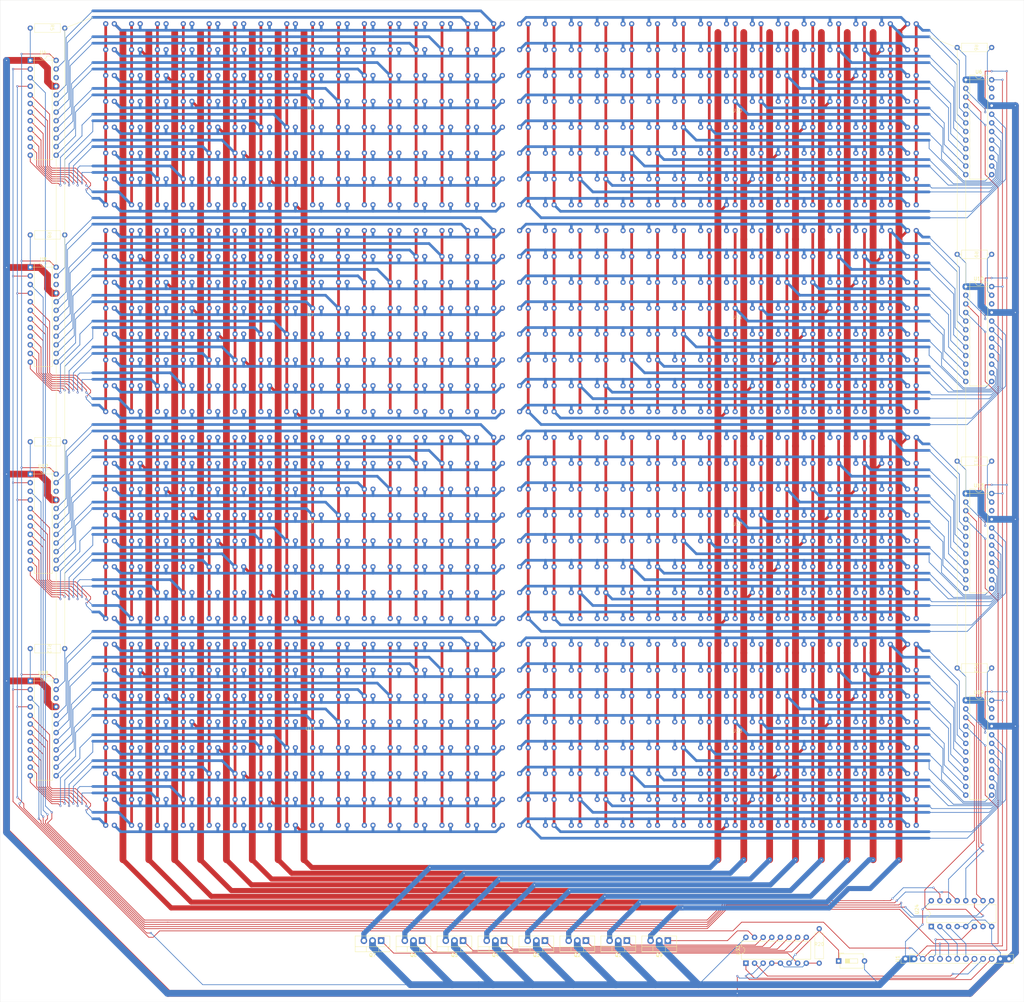
<source format=kicad_pcb>
(kicad_pcb (version 20240108) (generator "pcbnew") (generator_version "8.0")
  (layers (0 "F.Cu" signal) (31 "B.Cu" signal) (34 "B.Paste" user) (35 "F.Paste" user) (36 "B.SilkS" user "B.Silkscreen") (37 "F.SilkS" user "F.Silkscreen") (38 "B.Mask" user) (39 "F.Mask" user) (44 "Edge.Cuts" user))
  (net 0 "")
  (net 1 "Net-(U10-GND)")
  (net 2 "Net-(U1-Driver_A0)")
  (net 3 "Net-(U1-Driver_A1)")
  (net 4 "Net-(U1-Row_A2)")
  (net 5 "Net-(U1-Row_A1)")
  (net 6 "Net-(U1-Data)")
  (net 7 "Net-(U1-CLK)")
  (net 8 "Net-(U1-Row_A0)")
  (net 9 "Net-(U1-Driver_A2)")
  (net 10 "Net-(Q1-S)")
  (net 11 "Net-(U1-Driver_LE)")
  (net 12 "Net-(Q1-D)")
  (net 13 "Net-(Q1-G)")
  (net 14 "Net-(Q2-G)")
  (net 15 "Net-(U4-O6)")
  (net 16 "Net-(U4-O0)")
  (net 17 "Net-(U4-O8)")
  (net 18 "Net-(U4-O13)")
  (net 19 "Net-(U4-O15)")
  (net 20 "Net-(U4-SET)")
  (net 21 "Net-(U4-O10)")
  (net 22 "Net-(U4-O7)")
  (net 24 "Net-(U4-O12)")
  (net 25 "Net-(Q2-S)")
  (net 26 "Net-(U4-O1)")
  (net 27 "Net-(U4-O3)")
  (net 28 "Net-(Q3-S)")
  (net 29 "Net-(U4-O4)")
  (net 30 "Net-(U4-O9)")
  (net 31 "Net-(U4-O2)")
  (net 32 "Net-(U4-O14)")
  (net 33 "Net-(U4-O11)")
  (net 34 "Net-(U4-O5)")
  (net 35 "Net-(Q3-G)")
  (net 36 "Net-(Q4-G)")
  (net 37 "Net-(Q4-S)")
  (net 38 "Net-(Q5-G)")
  (net 39 "Net-(Q5-S)")
  (net 40 "Net-(Q6-S)")
  (net 41 "Net-(Q6-G)")
  (net 42 "Net-(Q7-G)")
  (net 43 "Net-(U24-Y0)")
  (net 44 "Net-(U6-SET)")
  (net 46 "Net-(U24-Y1)")
  (net 47 "Net-(U8-SET)")
  (net 49 "Net-(U10-O0)")
  (net 50 "Net-(U10-O10)")
  (net 51 "Net-(U10-O4)")
  (net 52 "Net-(U10-O6)")
  (net 53 "Net-(U10-SET)")
  (net 54 "Net-(U24-Y2)")
  (net 55 "Net-(U10-O14)")
  (net 56 "Net-(U10-O8)")
  (net 57 "Net-(U10-O5)")
  (net 58 "Net-(U10-O11)")
  (net 59 "Net-(U10-O13)")
  (net 60 "Net-(U10-O1)")
  (net 61 "Net-(U10-O9)")
  (net 62 "Net-(U10-O2)")
  (net 63 "Net-(U10-O7)")
  (net 64 "Net-(U10-O12)")
  (net 66 "Net-(U10-O3)")
  (net 67 "Net-(U10-O15)")
  (net 68 "Net-(U12-O9)")
  (net 69 "Net-(U12-O12)")
  (net 70 "Net-(U12-O11)")
  (net 72 "Net-(U12-O5)")
  (net 73 "Net-(U12-O0)")
  (net 74 "Net-(U12-O2)")
  (net 75 "Net-(U12-O6)")
  (net 76 "Net-(U12-SET)")
  (net 77 "Net-(U12-O8)")
  (net 78 "Net-(U12-O13)")
  (net 79 "Net-(U12-O7)")
  (net 80 "Net-(U12-O15)")
  (net 81 "Net-(U12-O10)")
  (net 82 "Net-(U12-O14)")
  (net 83 "Net-(U12-O1)")
  (net 84 "Net-(U10-CLK)")
  (net 85 "Net-(U12-O4)")
  (net 86 "Net-(U12-O3)")
  (net 87 "Net-(U13-O2)")
  (net 88 "Net-(U13-O7)")
  (net 89 "Net-(U13-O3)")
  (net 90 "Net-(U13-O5)")
  (net 91 "Net-(U13-O0)")
  (net 92 "Net-(U12-CLK)")
  (net 93 "Net-(U13-O12)")
  (net 94 "Net-(U13-O11)")
  (net 95 "Net-(U13-O6)")
  (net 96 "Net-(U13-SET)")
  (net 97 "Net-(U13-O4)")
  (net 98 "Net-(U13-O14)")
  (net 100 "Net-(U13-O10)")
  (net 101 "Net-(U13-O15)")
  (net 102 "Net-(U13-O8)")
  (net 103 "Net-(U13-O9)")
  (net 104 "Net-(U13-O13)")
  (net 105 "Net-(U13-O1)")
  (net 106 "Net-(U13-CLK)")
  (net 107 "Net-(Q7-S)")
  (net 108 "Net-(Q9-G)")
  (net 109 "Net-(Q9-S)")
  (net 110 "Net-(U18-CLK)")
  (net 111 "Net-(U19-CLK)")
  (net 112 "Net-(U33-E1)")
  (net 113 "Net-(U18-SET)")
  (net 115 "Net-(U19-O4)")
  (net 116 "Net-(U19-O6)")
  (net 117 "Net-(U19-O12)")
  (net 118 "Net-(U19-O10)")
  (net 119 "Net-(U19-O9)")
  (net 121 "Net-(U19-O2)")
  (net 122 "Net-(U19-O13)")
  (net 123 "Net-(U19-O7)")
  (net 124 "Net-(U19-O15)")
  (net 125 "Net-(U19-O5)")
  (net 126 "Net-(U19-O8)")
  (net 127 "Net-(U19-O1)")
  (net 128 "Net-(U19-O11)")
  (net 129 "Net-(U19-O14)")
  (net 130 "Net-(U19-SET)")
  (net 131 "Net-(U19-O0)")
  (net 132 "Net-(U19-O3)")
  (net 133 "Net-(U20-C14)")
  (net 134 "Net-(U20-C8)")
  (net 135 "Net-(U20-C13)")
  (net 136 "Net-(U20-C4)")
  (net 137 "Net-(U20-C15)")
  (net 138 "Net-(U20-C11)")
  (net 139 "Net-(U20-C5)")
  (net 140 "Net-(U20-C7)")
  (net 141 "Net-(U20-C10)")
  (net 142 "Net-(U20-C3)")
  (net 143 "Net-(U20-C2)")
  (net 144 "Net-(U20-C0)")
  (net 145 "Net-(U20-C12)")
  (net 146 "Net-(U20-C1)")
  (net 147 "Net-(U20-C6)")
  (net 148 "Net-(U20-C9)")
  (net 149 "Net-(U7-C6)")
  (net 150 "Net-(U7-C13)")
  (net 151 "Net-(U7-C10)")
  (net 152 "Net-(U7-C5)")
  (net 153 "Net-(U7-C4)")
  (net 154 "Net-(U7-C0)")
  (net 155 "Net-(U7-C7)")
  (net 156 "Net-(U7-C9)")
  (net 157 "Net-(U7-C8)")
  (net 158 "Net-(U7-C14)")
  (net 159 "Net-(U7-C2)")
  (net 160 "Net-(U7-C12)")
  (net 161 "Net-(U7-C15)")
  (net 162 "Net-(U7-C3)")
  (net 163 "Net-(U7-C11)")
  (net 164 "Net-(U7-C1)")
  (net 165 "Net-(U11-C8)")
  (net 166 "Net-(U11-C2)")
  (net 167 "Net-(U11-C0)")
  (net 168 "Net-(U11-C11)")
  (net 169 "Net-(U11-C12)")
  (net 170 "Net-(U11-C14)")
  (net 171 "Net-(U11-C5)")
  (net 172 "Net-(U11-C15)")
  (net 173 "Net-(U11-C1)")
  (net 174 "Net-(U11-C3)")
  (net 175 "Net-(U11-C4)")
  (net 176 "Net-(U11-C10)")
  (net 177 "Net-(U11-C6)")
  (net 178 "Net-(U11-C13)")
  (net 179 "Net-(U11-C7)")
  (net 180 "Net-(U11-C9)")
  (footprint "Package_TO_SOT_THT:TO-220-3_Vertical" (layer "F.Cu") (at 594.852 398.493 180)
    (property "Reference" "Q9")
    (property "Value" "IRF540N")
  )
  (footprint "custom_footprint_library:0.4_pitch_resistor" (layer "F.Cu") (at 412.115 190.5 -90)
    (property "Reference" "R8")
    (property "Value" "R")
  )
  (footprint "Package_TO_SOT_THT:TO-220-3_Vertical" (layer "F.Cu") (at 534.527 398.493 180)
    (property "Reference" "Q5")
    (property "Value" "IRF540N")
  )
  (footprint "custom_footprint_library:led_block_16_x_8_left" (layer "F.Cu") (at 489.585 336.55)
    (property "Reference" "U11")
    (property "Value" "~")
  )
  (footprint "custom_footprint_library:led_block_16_x_8_left" (layer "F.Cu") (at 489.585 153.67)
    (property "Reference" "U5")
    (property "Value" "~")
  )
  (footprint "custom_footprint_library:led_block_16_x_8_right" (layer "F.Cu") (at 615.315 154.325)
    (property "Reference" "U20")
    (property "Value" "~")
  )
  (footprint "Package_DIP:DIP-24_W7.62mm" (layer "F.Cu") (at 682.625 327.66)
    (property "Reference" "U19")
    (property "Value" "~")
  )
  (footprint "custom_footprint_library:0.4_pitch_resistor" (layer "F.Cu") (at 412.115 129.54 -90)
    (property "Reference" "R5")
    (property "Value" "R")
  )
  (footprint "Button_Switch_THT:SW_DIP_SPSTx01_Slide_6.7x4.1mm_W7.62mm_P2.54mm_LowProfile" (layer "F.Cu") (at 645.17 404.495)
    (property "Reference" "SW1" (hide yes))
    (property "Value" "SW_DIP_x01")
  )
  (footprint "Package_TO_SOT_THT:TO-220-3_Vertical" (layer "F.Cu") (at 522.462 398.493 180)
    (property "Reference" "Q6")
    (property "Value" "IRF540N")
  )
  (footprint "Package_DIP:DIP-24_W7.62mm" (layer "F.Cu") (at 407.035 139.065)
    (property "Reference" "U4")
    (property "Value" "~")
  )
  (footprint "custom_footprint_library:led_block_16_x_8_left" (layer "F.Cu") (at 489.585 214.63)
    (property "Reference" "U7")
    (property "Value" "~")
  )
  (footprint "custom_footprint_library:led_block_16_x_8_left" (layer "F.Cu") (at 489.585 275.59)
    (property "Reference" "U9")
    (property "Value" "~")
  )
  (footprint "Package_DIP:DIP-16_W7.62mm" (layer "F.Cu") (at 617.855 405.13 90)
    (property "Reference" "U33")
    (property "Value" "~")
  )
  (footprint "custom_footprint_library:0.4_pitch_resistor" (layer "F.Cu") (at 639.445 400.05)
    (property "Reference" "R20")
    (property "Value" "R")
  )
  (footprint "Package_DIP:DIP-24_W7.62mm" (layer "F.Cu") (at 407.035 200.025)
    (property "Reference" "U8")
    (property "Value" "~")
  )
  (footprint "custom_footprint_library:0.4_pitch_resistor" (layer "F.Cu") (at 685.165 135.255 -90)
    (property "Reference" "R6")
    (property "Value" "R")
  )
  (footprint "Package_DIP:DIP-24_W7.62mm" (layer "F.Cu") (at 682.625 144.78)
    (property "Reference" "U6")
    (property "Value" "~")
  )
  (footprint "Connector_PinHeader_2.54mm:PinHeader_1x13_P2.54mm_Vertical" (layer "F.Cu") (at 664.86 403.86 90)
    (property "Reference" "U1")
    (property "Value" "~")
  )
  (footprint "custom_footprint_library:0.4_pitch_resistor" (layer "F.Cu") (at 412.115 312.42 -90)
    (property "Reference" "R12")
    (property "Value" "R")
  )
  (footprint "custom_footprint_library:led_block_16_x_8_right" (layer "F.Cu") (at 615.315 276.225)
    (property "Reference" "U22")
    (property "Value" "~")
  )
  (footprint "Package_DIP:DIP-24_W7.62mm" (layer "F.Cu") (at 682.625 266.7)
    (property "Reference" "U13")
    (property "Value" "~")
  )
  (footprint "Package_DIP:DIP-24_W7.62mm" (layer "F.Cu") (at 407.035 321.945)
    (property "Reference" "U18")
    (property "Value" "~")
  )
  (footprint "custom_footprint_library:0.4_pitch_resistor" (layer "F.Cu") (at 685.165 318.135 -90)
    (property "Reference" "R13")
    (property "Value" "R")
  )
  (footprint "Package_TO_SOT_THT:TO-220-3_Vertical" (layer "F.Cu") (at 558.657 398.493 180)
    (property "Reference" "Q3")
    (property "Value" "IRF540N")
  )
  (footprint "custom_footprint_library:0.4_pitch_resistor" (layer "F.Cu") (at 685.165 196.215 -90)
    (property "Reference" "R9")
    (property "Value" "R")
  )
  (footprint "custom_footprint_library:led_block_16_x_8_right" (layer "F.Cu") (at 615.315 215.265)
    (property "Reference" "U21")
    (property "Value" "~")
  )
  (footprint "custom_footprint_library:led_block_16_x_8_right" (layer "F.Cu") (at 615.315 337.185)
    (property "Reference" "U23")
    (property "Value" "~")
  )
  (footprint "Package_DIP:DIP-24_W7.62mm" (layer "F.Cu") (at 407.035 260.985)
    (property "Reference" "U12")
    (property "Value" "~")
  )
  (footprint "Package_TO_SOT_THT:TO-220-3_Vertical" (layer "F.Cu") (at 582.787 398.493 180)
    (property "Reference" "Q1")
    (property "Value" "IRF540N")
  )
  (footprint "Package_TO_SOT_THT:TO-220-3_Vertical" (layer "F.Cu") (at 570.722 398.493 180)
    (property "Reference" "Q2")
    (property "Value" "IRF540N")
  )
  (footprint "custom_footprint_library:0.4_pitch_resistor" (layer "F.Cu") (at 412.115 251.46 -90)
    (property "Reference" "R10")
    (property "Value" "R")
  )
  (footprint "Package_TO_SOT_THT:TO-220-3_Vertical" (layer "F.Cu") (at 510.397 398.493 180)
    (property "Reference" "Q7")
    (property "Value" "IRF540N")
  )
  (footprint "custom_footprint_library:0.4_pitch_resistor" (layer "F.Cu") (at 685.165 257.175 -90)
    (property "Reference" "R11")
    (property "Value" "R")
  )
  (footprint "Package_DIP:DIP-16_W7.62mm" (layer "F.Cu") (at 672.465 394.335 90)
    (property "Reference" "U24")
    (property "Value" "~")
  )
  (footprint "Package_TO_SOT_THT:TO-220-3_Vertical" (layer "F.Cu") (at 546.592 398.493 180)
    (property "Reference" "Q4")
    (property "Value" "IRF540N")
  )
  (footprint "Package_DIP:DIP-24_W7.62mm" (layer "F.Cu") (at 682.625 205.74)
    (property "Reference" "U10")
    (property "Value" "~")
  )
  (gr_line (start 680.085 135.255) (end 671.83 132.08) (stroke (width 0.1)) (layer "F.SilkS"))
  (gr_line (start 407.035 200.025) (end 414.655 200.025) (stroke (width 0.1)) (layer "F.SilkS"))
  (gr_line (start 682.625 144.78) (end 682.625 327.66) (stroke (width 0.1)) (layer "F.SilkS"))
  (gr_line (start 690.245 266.7) (end 682.625 266.7) (stroke (width 0.1)) (layer "F.SilkS"))
  (gr_line (start 407.035 260.985) (end 414.655 260.985) (stroke (width 0.1)) (layer "F.SilkS"))
  (gr_line (start 690.245 205.74) (end 682.625 205.74) (stroke (width 0.1)) (layer "F.SilkS"))
  (gr_line (start 690.245 327.66) (end 682.625 327.66) (stroke (width 0.1)) (layer "F.SilkS"))
  (gr_line (start 414.655 139.065) (end 414.655 321.945) (stroke (width 0.1)) (layer "F.SilkS"))
  (gr_line (start 690.245 144.78) (end 682.625 144.78) (stroke (width 0.1)) (layer "F.SilkS"))
  (gr_line (start 680.085 135.255) (end 680.085 318.135) (stroke (width 0.1)) (layer "F.SilkS"))
  (gr_line (start 417.195 129.54) (end 425.45 126.365) (stroke (width 0.1)) (layer "F.SilkS"))
  (gr_line (start 407.035 139.065) (end 414.655 139.065) (stroke (width 0.1)) (layer "F.SilkS"))
  (gr_line (start 407.035 321.945) (end 414.655 321.945) (stroke (width 0.1)) (layer "F.SilkS"))
  (gr_line (start 417.195 129.54) (end 417.195 312.42) (stroke (width 0.1)) (layer "F.SilkS"))
  (gr_rect (start 398.145 121.285) (end 699.77 416.56) (stroke (width 0.05)) (fill none) (layer "Edge.Cuts"))
  (segment (start 697.23 401.97) (end 695.34 403.86) (width 2) (layer "F.Cu") (net 1))
  (segment (start 409.835 139.065) (end 412.115 141.345) (width 2) (layer "F.Cu") (net 1))
  (segment (start 400.05 139.065) (end 400.05 366.395) (width 2) (layer "F.Cu") (net 1))
  (segment (start 413.52363 146.685) (end 414.655 146.685) (width 2) (layer "F.Cu") (net 1))
  (segment (start 412.115 141.345) (end 412.115 145.27637) (width 2) (layer "F.Cu") (net 1))
  (segment (start 412.115 328.15637) (end 413.52363 329.565) (width 2) (layer "F.Cu") (net 1))
  (segment (start 407.035 200.094315) (end 400.05 200.094315) (width 2) (layer "F.Cu") (net 1))
  (segment (start 412.115 324.225) (end 412.115 328.15637) (width 2) (layer "F.Cu") (net 1))
  (segment (start 413.52363 268.605) (end 414.655 268.605) (width 2) (layer "F.Cu") (net 1))
  (segment (start 407.035 260.985) (end 409.835 260.985) (width 2) (layer "F.Cu") (net 1))
  (segment (start 413.52363 329.565) (end 414.655 329.565) (width 2) (layer "F.Cu") (net 1))
  (segment (start 412.115 202.374315) (end 412.115 206.305685) (width 2) (layer "F.Cu") (net 1))
  (segment (start 409.835 260.985) (end 412.115 263.265) (width 2) (layer "F.Cu") (net 1))
  (segment (start 407.035 200.094315) (end 409.835 200.094315) (width 2) (layer "F.Cu") (net 1))
  (segment (start 409.835 321.945) (end 412.115 324.225) (width 2) (layer "F.Cu") (net 1))
  (segment (start 407.035 139.065) (end 409.835 139.065) (width 2) (layer "F.Cu") (net 1))
  (segment (start 407.035 321.945) (end 409.835 321.945) (width 2) (layer "F.Cu") (net 1))
  (segment (start 615.315 408.94) (end 615.315 414.02) (width 0.2) (layer "F.Cu") (net 1))
  (segment (start 635.635 405.13) (end 639.445 405.13) (width 0.2) (layer "F.Cu") (net 1))
  (segment (start 412.115 267.19637) (end 413.52363 268.605) (width 2) (layer "F.Cu") (net 1))
  (segment (start 407.035 139.065) (end 400.05 139.065) (width 2) (layer "F.Cu") (net 1))
  (segment (start 412.115 206.305685) (end 413.52363 207.714315) (width 2) (layer "F.Cu") (net 1))
  (segment (start 407.035 260.985) (end 400.05 260.985) (width 2) (layer "F.Cu") (net 1))
  (segment (start 697.23 152.4) (end 697.23 401.97) (width 2) (layer "F.Cu") (net 1))
  (segment (start 407.035 321.945) (end 400.05 321.945) (width 2) (layer "F.Cu") (net 1))
  (segment (start 692.8 403.86) (end 695.34 403.86) (width 2) (layer "F.Cu") (net 1))
  (segment (start 683.895 414.02) (end 447.675 414.02) (width 2) (layer "F.Cu") (net 1))
  (segment (start 625.475 405.13) (end 628.015 405.13) (width 0.2) (layer "F.Cu") (net 1))
  (segment (start 412.115 145.27637) (end 413.52363 146.685) (width 2) (layer "F.Cu") (net 1))
  (segment (start 692.8 405.115) (end 683.895 414.02) (width 2) (layer "F.Cu") (net 1))
  (segment (start 447.675 414.02) (end 400.05 366.395) (width 2) (layer "F.Cu") (net 1))
  (segment (start 413.52363 207.714315) (end 414.655 207.714315) (width 2) (layer "F.Cu") (net 1))
  (segment (start 412.115 263.265) (end 412.115 267.19637) (width 2) (layer "F.Cu") (net 1))
  (segment (start 692.8 403.86) (end 692.8 405.115) (width 2) (layer "F.Cu") (net 1))
  (segment (start 409.835 200.094315) (end 412.115 202.374315) (width 2) (layer "F.Cu") (net 1))
  (via (at 400.05 200.094315) (size 0.6) (drill 0.3) (layers "F.Cu" "B.Cu") (net 1))
  (via (at 615.315 414.02) (size 0.6) (drill 0.3) (layers "F.Cu" "B.Cu") (net 1))
  (via (at 697.23 213.36) (size 0.6) (drill 0.3) (layers "F.Cu" "B.Cu") (net 1))
  (via (at 400.05 139.065) (size 0.6) (drill 0.3) (layers "F.Cu" "B.Cu") (net 1))
  (via (at 400.05 260.985) (size 0.6) (drill 0.3) (layers "F.Cu" "B.Cu") (net 1))
  (via (at 615.315 408.94) (size 0.6) (drill 0.3) (layers "F.Cu" "B.Cu") (net 1))
  (via (at 697.23 335.28) (size 0.6) (drill 0.3) (layers "F.Cu" "B.Cu") (net 1))
  (via (at 697.23 152.4) (size 0.6) (drill 0.3) (layers "F.Cu" "B.Cu") (net 1))
  (via (at 400.05 321.945) (size 0.6) (drill 0.3) (layers "F.Cu" "B.Cu") (net 1))
  (via (at 697.23 274.32) (size 0.6) (drill 0.3) (layers "F.Cu" "B.Cu") (net 1))
  (segment (start 692.8 403.86) (end 692.8 405.062081) (width 2) (layer "B.Cu") (net 1))
  (segment (start 690.245 152.4) (end 689.11363 152.4) (width 2) (layer "B.Cu") (net 1))
  (segment (start 690.245 274.32) (end 689.11363 274.32) (width 2) (layer "B.Cu") (net 1))
  (segment (start 687.07 272.27637) (end 687.07 266.7) (width 2) (layer "B.Cu") (net 1))
  (segment (start 683.842081 414.02) (end 615.315 414.02) (width 2) (layer "B.Cu") (net 1))
  (segment (start 682.625 144.78) (end 682.625 137.795) (width 0.2) (layer "B.Cu") (net 1))
  (segment (start 615.315 414.02) (end 447.458679 414.02) (width 2) (layer "B.Cu") (net 1))
  (segment (start 447.458679 414.02) (end 400.05 366.611321) (width 2) (layer "B.Cu") (net 1))
  (segment (start 697.23 152.4) (end 697.23 274.32) (width 2) (layer "B.Cu") (net 1))
  (segment (start 689.11363 274.32) (end 687.07 272.27637) (width 2) (layer "B.Cu") (net 1))
  (segment (start 689.11363 335.28) (end 687.07 333.23637) (width 2) (layer "B.Cu") (net 1))
  (segment (start 690.245 152.4) (end 697.23 152.4) (width 2) (layer "B.Cu") (net 1))
  (segment (start 682.625 205.74) (end 682.625 198.755) (width 0.2) (layer "B.Cu") (net 1))
  (segment (start 407.035 190.569315) (end 407.035 200.094315) (width 0.2) (layer "B.Cu") (net 1))
  (segment (start 687.07 144.78) (end 682.625 144.78) (width 2) (layer "B.Cu") (net 1))
  (segment (start 692.8 403.86) (end 692.8 401.97) (width 0.2) (layer "B.Cu") (net 1))
  (segment (start 692.8 401.97) (end 690.245 399.415) (width 0.2) (layer "B.Cu") (net 1))
  (segment (start 634.535 406.23) (end 629.115 406.23) (width 0.2) (layer "B.Cu") (net 1))
  (segment (start 687.07 150.35637) (end 687.07 144.78) (width 2) (layer "B.Cu") (net 1))
  (segment (start 407.035 129.54) (end 407.035 139.065) (width 0.2) (layer "B.Cu") (net 1))
  (segment (start 400.05 366.611321) (end 400.05 139.065) (width 2) (layer "B.Cu") (net 1))
  (segment (start 621.065 409.54) (end 615.915 409.54) (width 0.2) (layer "B.Cu") (net 1))
  (segment (start 690.245 213.36) (end 689.11363 213.36) (width 2) (layer "B.Cu") (net 1))
  (segment (start 687.07 327.66) (end 682.625 327.66) (width 2) (layer "B.Cu") (net 1))
  (segment (start 695.34 403.86) (end 692.8 403.86) (width 2) (layer "B.Cu") (net 1))
  (segment (start 687.07 333.23637) (end 687.07 327.66) (width 2) (layer "B.Cu") (net 1))
  (segment (start 687.07 266.7) (end 682.625 266.7) (width 2) (layer "B.Cu") (net 1))
  (segment (start 682.625 259.715) (end 680.085 257.175) (width 0.2) (layer "B.Cu") (net 1))
  (segment (start 682.625 320.675) (end 680.085 318.135) (width 0.2) (layer "B.Cu") (net 1))
  (segment (start 407.035 251.46) (end 407.035 260.985) (width 0.2) (layer "B.Cu") (net 1))
  (segment (start 625.475 405.13) (end 621.065 409.54) (width 0.2) (layer "B.Cu") (net 1))
  (segment (start 687.07 211.31637) (end 687.07 205.74) (width 2) (layer "B.Cu") (net 1))
  (segment (start 692.8 405.062081) (end 683.842081 414.02) (width 2) (layer "B.Cu") (net 1))
  (segment (start 682.625 327.66) (end 682.625 320.675) (width 0.2) (layer "B.Cu") (net 1))
  (segment (start 407.035 312.42) (end 407.035 321.945) (width 0.2) (layer "B.Cu") (net 1))
  (segment (start 688.34 392.43) (end 684.53 392.43) (width 0.2) (layer "B.Cu") (net 1))
  (segment (start 690.245 335.28) (end 697.23 335.28) (width 2) (layer "B.Cu") (net 1))
  (segment (start 689.11363 213.36) (end 687.07 211.31637) (width 2) (layer "B.Cu") (net 1))
  (segment (start 682.625 394.335) (end 680.085 394.335) (width 0.2) (layer "B.Cu") (net 1))
  (segment (start 690.245 274.32) (end 697.23 274.32) (width 2) (layer "B.Cu") (net 1))
  (segment (start 690.245 399.415) (end 690.245 394.335) (width 0.2) (layer "B.Cu") (net 1))
  (segment (start 615.915 409.54) (end 615.315 408.94) (width 0.2) (layer "B.Cu") (net 1))
  (segment (start 682.625 198.755) (end 680.085 196.215) (width 0.2) (layer "B.Cu") (net 1))
  (segment (start 682.625 266.7) (end 682.625 259.715) (width 0.2) (layer "B.Cu") (net 1))
  (segment (start 629.115 406.23) (end 628.015 405.13) (width 0.2) (layer "B.Cu") (net 1))
  (segment (start 690.245 335.28) (end 689.11363 335.28) (width 2) (layer "B.Cu") (net 1))
  (segment (start 689.11363 152.4) (end 687.07 150.35637) (width 2) (layer "B.Cu") (net 1))
  (segment (start 690.245 394.335) (end 688.34 392.43) (width 0.2) (layer "B.Cu") (net 1))
  (segment (start 697.23 401.97) (end 695.34 403.86) (width 2) (layer "B.Cu") (net 1))
  (segment (start 687.07 205.74) (end 682.625 205.74) (width 2) (layer "B.Cu") (net 1))
  (segment (start 682.625 137.795) (end 680.085 135.255) (width 0.2) (layer "B.Cu") (net 1))
  (segment (start 697.23 335.28) (end 697.23 401.97) (width 2) (layer "B.Cu") (net 1))
  (segment (start 684.53 392.43) (end 682.625 394.335) (width 0.2) (layer "B.Cu") (net 1))
  (segment (start 690.245 213.36) (end 697.23 213.36) (width 2) (layer "B.Cu") (net 1))
  (segment (start 697.23 274.32) (end 697.23 335.28) (width 2) (layer "B.Cu") (net 1))
  (segment (start 635.635 405.13) (end 634.535 406.23) (width 0.2) (layer "B.Cu") (net 1))
  (segment (start 677.56 399.43) (end 677.56 403.86) (width 0.2) (layer "B.Cu") (net 2))
  (segment (start 672.465 394.335) (end 677.56 399.43) (width 0.2) (layer "B.Cu") (net 2))
  (segment (start 675.005 394.335) (end 680.1 399.43) (width 0.2) (layer "B.Cu") (net 3))
  (segment (start 680.1 399.43) (end 680.1 403.86) (width 0.2) (layer "B.Cu") (net 3))
  (segment (start 684.145 409.975) (end 618.89 409.975) (width 0.2) (layer "F.Cu") (net 4))
  (segment (start 618.89 409.975) (end 617.855 408.94) (width 0.2) (layer "F.Cu") (net 4))
  (segment (start 690.26 403.86) (end 684.145 409.975) (width 0.2) (layer "F.Cu") (net 4))
  (via (at 617.855 408.94) (size 0.6) (drill 0.3) (layers "F.Cu" "B.Cu") (net 4))
  (segment (start 617.855 408.94) (end 618.49 408.305) (width 0.2) (layer "B.Cu") (net 4))
  (segment (start 618.49 408.305) (end 619.76 408.305) (width 0.2) (layer "B.Cu") (net 4))
  (segment (start 619.76 408.305) (end 622.935 405.13) (width 0.2) (layer "B.Cu") (net 4))
  (segment (start 620.395 405.13) (end 624.205 408.94) (width 0.2) (layer "F.Cu") (net 5))
  (segment (start 678.18 408.94) (end 678.815 408.305) (width 0.2) (layer "F.Cu") (net 5))
  (segment (start 624.205 408.94) (end 678.18 408.94) (width 0.2) (layer "F.Cu") (net 5))
  (via (at 678.815 408.305) (size 0.6) (drill 0.3) (layers "F.Cu" "B.Cu") (net 5))
  (segment (start 683.275 408.305) (end 687.72 403.86) (width 0.2) (layer "B.Cu") (net 5))
  (segment (start 678.815 408.305) (end 683.275 408.305) (width 0.2) (layer "B.Cu") (net 5))
  (segment (start 616.585 393.065) (end 614.045 395.605) (width 0.2) (layer "F.Cu") (net 6))
  (segment (start 694.69 142.24) (end 694.69 325.12) (width 0.2) (layer "F.Cu") (net 6))
  (segment (start 688.34 154.305) (end 688.34 142.24) (width 0.2) (layer "F.Cu") (net 6))
  (segment (start 441.96 397.51) (end 401.955 357.505) (width 0.2) (layer "F.Cu") (net 6))
  (segment (start 694.69 401.32) (end 672.48 401.32) (width 0.2) (layer "F.Cu") (net 6))
  (segment (start 401.955 357.505) (end 401.955 324.485) (width 0.2) (layer "F.Cu") (net 6))
  (segment (start 688.34 276.225) (end 688.34 264.16) (width 0.2) (layer "F.Cu") (net 6))
  (segment (start 666.115 400.685) (end 648.335 400.685) (width 0.2) (layer "F.Cu") (net 6))
  (segment (start 407.035 324.485) (end 401.955 324.485) (width 0.2) (layer "F.Cu") (net 6))
  (segment (start 688.34 203.2) (end 690.245 203.2) (width 0.2) (layer "F.Cu") (net 6))
  (segment (start 688.34 215.265) (end 688.34 203.2) (width 0.2) (layer "F.Cu") (net 6))
  (segment (start 694.69 325.12) (end 694.69 401.32) (width 0.2) (layer "F.Cu") (net 6))
  (segment (start 407.035 141.605) (end 401.955 141.605) (width 0.2) (layer "F.Cu") (net 6))
  (segment (start 688.34 325.12) (end 690.245 325.12) (width 0.2) (layer "F.Cu") (net 6))
  (segment (start 407.035 263.525) (end 401.955 263.525) (width 0.2) (layer "F.Cu") (net 6))
  (segment (start 688.34 337.185) (end 688.34 325.12) (width 0.2) (layer "F.Cu") (net 6))
  (segment (start 445.135 395.605) (end 443.23 397.51) (width 0.2) (layer "F.Cu") (net 6))
  (segment (start 443.23 397.51) (end 441.96 397.51) (width 0.2) (layer "F.Cu") (net 6))
  (segment (start 648.335 400.685) (end 640.715 393.065) (width 0.2) (layer "F.Cu") (net 6))
  (segment (start 640.715 393.065) (end 616.585 393.065) (width 0.2) (layer "F.Cu") (net 6))
  (segment (start 614.045 395.605) (end 445.135 395.605) (width 0.2) (layer "F.Cu") (net 6))
  (segment (start 672.48 401.32) (end 669.94 403.86) (width 0.2) (layer "F.Cu") (net 6))
  (segment (start 688.34 142.24) (end 690.245 142.24) (width 0.2) (layer "F.Cu") (net 6))
  (segment (start 407.035 202.634315) (end 401.955 202.634315) (width 0.2) (layer "F.Cu") (net 6))
  (segment (start 688.34 264.16) (end 690.245 264.16) (width 0.2) (layer "F.Cu") (net 6))
  (via (at 401.955 141.605) (size 0.6) (drill 0.3) (layers "F.Cu" "B.Cu") (net 6))
  (via (at 694.69 325.12) (size 0.6) (drill 0.3) (layers "F.Cu" "B.Cu") (net 6))
  (via (at 688.34 215.265) (size 0.6) (drill 0.3) (layers "F.Cu" "B.Cu") (net 6))
  (via (at 401.955 324.485) (size 0.6) (drill 0.3) (layers "F.Cu" "B.Cu") (net 6))
  (via (at 694.69 264.16) (size 0.6) (drill 0.3) (layers "F.Cu" "B.Cu") (net 6))
  (via (at 666.115 400.685) (size 0.6) (drill 0.3) (layers "F.Cu" "B.Cu") (net 6))
  (via (at 694.69 203.2) (size 0.6) (drill 0.3) (layers "F.Cu" "B.Cu") (net 6))
  (via (at 694.69 142.24) (size 0.6) (drill 0.3) (layers "F.Cu" "B.Cu") (net 6))
  (via (at 401.955 202.634315) (size 0.6) (drill 0.3) (layers "F.Cu" "B.Cu") (net 6))
  (via (at 688.34 337.185) (size 0.6) (drill 0.3) (layers "F.Cu" "B.Cu") (net 6))
  (via (at 690.245 142.24) (size 0.6) (drill 0.3) (layers "F.Cu" "B.Cu") (net 6))
  (via (at 688.34 154.305) (size 0.6) (drill 0.3) (layers "F.Cu" "B.Cu") (net 6))
  (via (at 690.245 264.16) (size 0.6) (drill 0.3) (layers "F.Cu" "B.Cu") (net 6))
  (via (at 690.245 325.12) (size 0.6) (drill 0.3) (layers "F.Cu" "B.Cu") (net 6))
  (via (at 401.955 263.525) (size 0.6) (drill 0.3) (layers "F.Cu" "B.Cu") (net 6))
  (via (at 688.34 276.225) (size 0.6) (drill 0.3) (layers "F.Cu" "B.Cu") (net 6))
  (via (at 690.245 203.2) (size 0.6) (drill 0.3) (layers "F.Cu" "B.Cu") (net 6))
  (segment (start 682.625 147.749848) (end 688.34 153.464848) (width 0.2) (layer "B.Cu") (net 6))
  (segment (start 690.245 264.16) (end 694.69 264.16) (width 0.2) (layer "B.Cu") (net 6))
  (segment (start 688.34 153.464848) (end 688.34 154.305) (width 0.2) (layer "B.Cu") (net 6))
  (segment (start 690.245 203.2) (end 694.69 203.2) (width 0.2) (layer "B.Cu") (net 6))
  (segment (start 688.34 275.384848) (end 688.34 276.225) (width 0.2) (layer "B.Cu") (net 6))
  (segment (start 401.955 141.605) (end 401.955 202.634315) (width 0.2) (layer "B.Cu") (net 6))
  (segment (start 401.955 202.634315) (end 401.955 324.485) (width 0.2) (layer "B.Cu") (net 6))
  (segment (start 682.625 208.709848) (end 688.34 214.424848) (width 0.2) (layer "B.Cu") (net 6))
  (segment (start 690.245 325.12) (end 694.69 325.12) (width 0.2) (layer "B.Cu") (net 6))
  (segment (start 666.765 400.685) (end 669.94 403.86) (width 0.2) (layer "B.Cu") (net 6))
  (segment (start 688.34 336.344848) (end 688.34 337.185) (width 0.2) (layer "B.Cu") (net 6))
  (segment (start 682.625 208.28) (end 682.625 208.709848) (width 0.2) (layer "B.Cu") (net 6))
  (segment (start 690.245 142.24) (end 694.69 142.24) (width 0.2) (layer "B.Cu") (net 6))
  (segment (start 682.625 269.24) (end 682.625 269.669848) (width 0.2) (layer "B.Cu") (net 6))
  (segment (start 682.625 269.669848) (end 688.34 275.384848) (width 0.2) (layer "B.Cu") (net 6))
  (segment (start 682.625 330.2) (end 682.625 330.629848) (width 0.2) (layer "B.Cu") (net 6))
  (segment (start 688.34 214.424848) (end 688.34 215.265) (width 0.2) (layer "B.Cu") (net 6))
  (segment (start 682.625 147.32) (end 682.625 147.749848) (width 0.2) (layer "B.Cu") (net 6))
  (segment (start 666.115 400.685) (end 666.765 400.685) (width 0.2) (layer "B.Cu") (net 6))
  (segment (start 682.625 330.629848) (end 688.34 336.344848) (width 0.2) (layer "B.Cu") (net 6))
  (segment (start 681.355 398.145) (end 673.735 398.145) (width 0.2) (layer "F.Cu") (net 7))
  (segment (start 685.165 394.335) (end 681.355 398.145) (width 0.2) (layer "F.Cu") (net 7))
  (via (at 673.735 398.145) (size 0.6) (drill 0.3) (layers "F.Cu" "B.Cu") (net 7))
  (segment (start 673.735 398.145) (end 673.735 402.605) (width 0.2) (layer "B.Cu") (net 7))
  (segment (start 673.735 402.605) (end 672.48 403.86) (width 0.2) (layer "B.Cu") (net 7))
  (segment (start 679.465 409.575) (end 620.395 409.575) (width 0.2) (layer "F.Cu") (net 8))
  (segment (start 685.18 403.86) (end 679.465 409.575) (width 0.2) (layer "F.Cu") (net 8))
  (segment (start 620.395 409.575) (end 617.855 407.035) (width 0.2) (layer "F.Cu") (net 8))
  (segment (start 617.855 407.035) (end 617.855 405.13) (width 0.2) (layer "F.Cu") (net 8))
  (segment (start 677.545 394.335) (end 682.64 399.43) (width 0.2) (layer "B.Cu") (net 9))
  (segment (start 682.64 399.43) (end 682.64 403.86) (width 0.2) (layer "B.Cu") (net 9))
  (segment (start 441.96 374.65) (end 454.45 387.14) (width 1.5) (layer "F.Cu") (net 10))
  (segment (start 454.45 387.14) (end 586.655 387.14) (width 1.5) (layer "F.Cu") (net 10))
  (via (at 655.32 374.65) (size 0.6) (drill 0.3) (layers "F.Cu" "B.Cu") (net 10))
  (via (at 586.655 387.14) (size 0.6) (drill 0.3) (layers "F.Cu" "B.Cu") (net 10))
  (segment (start 577.707 396.088) (end 577.707 398.493) (width 1.5) (layer "B.Cu") (net 10))
  (segment (start 586.655 387.14) (end 577.707 396.088) (width 1.5) (layer "B.Cu") (net 10))
  (segment (start 641.688854 387.14) (end 586.655 387.14) (width 1.5) (layer "B.Cu") (net 10))
  (segment (start 654.178854 374.65) (end 641.688854 387.14) (width 1.5) (layer "B.Cu") (net 10))
  (segment (start 655.32 374.65) (end 654.178854 374.65) (width 1.5) (layer "B.Cu") (net 10))
  (segment (start 688.34 219.075) (end 688.34 233.68) (width 0.2) (layer "F.Cu") (net 11))
  (segment (start 688.34 172.72) (end 688.34 158.115) (width 0.2) (layer "F.Cu") (net 11))
  (segment (start 692.15 399.415) (end 692.15 359.41) (width 0.2) (layer "F.Cu") (net 11))
  (segment (start 606.425 394.97) (end 612.14 389.255) (width 0.2) (layer "F.Cu") (net 11))
  (segment (start 692.15 176.53) (end 688.34 172.72) (width 0.2) (layer "F.Cu") (net 11))
  (segment (start 688.34 280.035) (end 688.34 294.64) (width 0.2) (layer "F.Cu") (net 11))
  (segment (start 407.035 268.605) (end 403.225 268.605) (width 0.2) (layer "F.Cu") (net 11))
  (segment (start 405.13 359.41) (end 440.69 394.97) (width 0.2) (layer "F.Cu") (net 11))
  (segment (start 673.296 399.415) (end 675.005 399.415) (width 0.2) (layer "F.Cu") (net 11))
  (segment (start 688.34 355.6) (end 692.15 359.41) (width 0.2) (layer "F.Cu") (net 11))
  (segment (start 407.035 329.565) (end 403.225 329.565) (width 0.2) (layer "F.Cu") (net 11))
  (segment (start 692.15 359.41) (end 692.15 176.53) (width 0.2) (layer "F.Cu") (net 11))
  (segment (start 688.34 294.64) (end 692.15 298.45) (width 0.2) (layer "F.Cu") (net 11))
  (segment (start 407.035 207.714315) (end 403.225 207.714315) (width 0.2) (layer "F.Cu") (net 11))
  (segment (start 405.13 358.14) (end 405.13 359.41) (width 0.2) (layer "F.Cu") (net 11))
  (segment (start 688.34 233.68) (end 692.15 237.49) (width 0.2) (layer "F.Cu") (net 11))
  (segment (start 612.14 389.255) (end 663.136 389.255) (width 0.2) (layer "F.Cu") (net 11))
  (segment (start 403.225 356.235) (end 405.13 358.14) (width 0.2) (layer "F.Cu") (net 11))
  (segment (start 440.69 394.97) (end 606.425 394.97) (width 0.2) (layer "F.Cu") (net 11))
  (segment (start 675.005 399.415) (end 692.15 399.415) (width 0.2) (layer "F.Cu") (net 11))
  (segment (start 407.035 146.685) (end 403.225 146.685) (width 0.2) (layer "F.Cu") (net 11))
  (segment (start 688.34 340.995) (end 688.34 355.6) (width 0.2) (layer "F.Cu") (net 11))
  (segment (start 663.136 389.255) (end 673.296 399.415) (width 0.2) (layer "F.Cu") (net 11))
  (via (at 675.005 399.415) (size 0.6) (drill 0.3) (layers "F.Cu" "B.Cu") (net 11))
  (via (at 403.225 146.685) (size 0.6) (drill 0.3) (layers "F.Cu" "B.Cu") (net 11))
  (via (at 688.34 340.995) (size 0.6) (drill 0.3) (layers "F.Cu" "B.Cu") (net 11))
  (via (at 688.34 280.035) (size 0.6) (drill 0.3) (layers "F.Cu" "B.Cu") (net 11))
  (via (at 403.225 356.235) (size 0.6) (drill 0.3) (layers "F.Cu" "B.Cu") (net 11))
  (via (at 688.34 219.075) (size 0.6) (drill 0.3) (layers "F.Cu" "B.Cu") (net 11))
  (via (at 688.34 158.115) (size 0.6) (drill 0.3) (layers "F.Cu" "B.Cu") (net 11))
  (via (at 403.225 207.714315) (size 0.6) (drill 0.3) (layers "F.Cu" "B.Cu") (net 11))
  (via (at 403.225 268.605) (size 0.6) (drill 0.3) (layers "F.Cu" "B.Cu") (net 11))
  (via (at 403.225 329.565) (size 0.6) (drill 0.3) (layers "F.Cu" "B.Cu") (net 11))
  (segment (start 675.005 403.845) (end 675.02 403.86) (width 0.2) (layer "B.Cu") (net 11))
  (segment (start 682.625 152.4) (end 688.34 158.115) (width 0.2) (layer "B.Cu") (net 11))
  (segment (start 682.625 335.28) (end 688.34 340.995) (width 0.2) (layer "B.Cu") (net 11))
  (segment (start 675.005 399.415) (end 675.005 403.845) (width 0.2) (layer "B.Cu") (net 11))
  (segment (start 682.625 213.36) (end 688.34 219.075) (width 0.2) (layer "B.Cu") (net 11))
  (segment (start 682.625 274.32) (end 688.34 280.035) (width 0.2) (layer "B.Cu") (net 11))
  (segment (start 403.225 329.565) (end 403.225 146.685) (width 0.2) (layer "B.Cu") (net 11))
  (segment (start 403.225 356.235) (end 403.225 329.565) (width 0.2) (layer "B.Cu") (net 11))
  (segment (start 412.75 259.08) (end 404.495 259.08) (width 0.2) (layer "F.Cu") (net 12))
  (segment (start 412.75 198.189315) (end 404.495 198.189315) (width 0.2) (layer "F.Cu") (net 12))
  (segment (start 412.75 320.04) (end 404.495 320.04) (width 0.2) (layer "F.Cu") (net 12))
  (segment (start 442.595 396.24) (end 441.325 396.24) (width 0.2) (layer "F.Cu") (net 12))
  (segment (start 669.925 389.255) (end 669.925 393.7) (width 0.2) (layer "F.Cu") (net 12))
  (segment (start 414.655 200.094315) (end 412.75 198.189315) (width 0.2) (layer "F.Cu") (net 12))
  (segment (start 412.75 137.16) (end 404.495 137.16) (width 0.2) (layer "F.Cu") (net 12))
  (segment (start 441.325 396.24) (end 403.86 358.775) (width 0.2) (layer "F.Cu") (net 12))
  (segment (start 693.42 327.66) (end 693.42 400.05) (width 0.2) (layer "F.Cu") (net 12))
  (segment (start 693.42 400.05) (end 671.21 400.05) (width 0.2) (layer "F.Cu") (net 12))
  (segment (start 671.21 400.05) (end 667.4 403.86) (width 0.2) (layer "F.Cu") (net 12))
  (segment (start 414.655 260.985) (end 412.75 259.08) (width 0.2) (layer "F.Cu") (net 12))
  (segment (start 414.655 321.945) (end 412.75 320.04) (width 0.2) (layer "F.Cu") (net 12))
  (segment (start 403.86 358.775) (end 403.86 358.14) (width 0.2) (layer "F.Cu") (net 12))
  (segment (start 693.42 144.78) (end 693.42 327.66) (width 0.2) (layer "F.Cu") (net 12))
  (segment (start 414.655 139.065) (end 412.75 137.16) (width 0.2) (layer "F.Cu") (net 12))
  (via (at 669.925 393.7) (size 0.6) (drill 0.3) (layers "F.Cu" "B.Cu") (net 12))
  (via (at 404.495 137.16) (size 0.6) (drill 0.3) (layers "F.Cu" "B.Cu") (net 12))
  (via (at 442.595 396.24) (size 0.6) (drill 0.3) (layers "F.Cu" "B.Cu") (net 12))
  (via (at 669.925 389.255) (size 0.6) (drill 0.3) (layers "F.Cu" "B.Cu") (net 12))
  (via (at 403.86 358.14) (size 0.6) (drill 0.3) (layers "F.Cu" "B.Cu") (net 12))
  (via (at 693.42 144.78) (size 0.6) (drill 0.3) (layers "F.Cu" "B.Cu") (net 12))
  (via (at 404.495 198.189315) (size 0.6) (drill 0.3) (layers "F.Cu" "B.Cu") (net 12))
  (via (at 404.495 259.08) (size 0.6) (drill 0.3) (layers "F.Cu" "B.Cu") (net 12))
  (via (at 404.495 320.04) (size 0.6) (drill 0.3) (layers "F.Cu" "B.Cu") (net 12))
  (via (at 693.42 327.66) (size 0.6) (drill 0.3) (layers "F.Cu" "B.Cu") (net 12))
  (via (at 693.42 205.74) (size 0.6) (drill 0.3) (layers "F.Cu" "B.Cu") (net 12))
  (via (at 693.42 266.7) (size 0.6) (drill 0.3) (layers "F.Cu" "B.Cu") (net 12))
  (segment (start 667.4 403.86) (end 664.86 403.86) (width 2) (layer "B.Cu") (net 12))
  (segment (start 669.925 393.7) (end 664.86 398.765) (width 0.2) (layer "B.Cu") (net 12))
  (segment (start 580.247 398.493) (end 580.247 400.542) (width 2) (layer "B.Cu") (net 12))
  (segment (start 664.86 398.765) (end 664.86 403.86) (width 0.2) (layer "B.Cu") (net 12))
  (segment (start 652.79 407.03) (end 657.24 411.48) (width 0.2) (layer "B.Cu") (net 12))
  (segment (start 567.055 411.48) (end 554.99 411.48) (width 2) (layer "B.Cu") (net 12))
  (segment (start 664.86 403.86) (end 657.24 411.48) (width 2) (layer "B.Cu") (net 12))
  (segment (start 554.99 411.48) (end 543.56 411.48) (width 2) (layer "B.Cu") (net 12))
  (segment (start 544.052 398.493) (end 544.052 400.542) (width 2) (layer "B.Cu") (net 12))
  (segment (start 580.247 400.542) (end 591.185 411.48) (width 2) (layer "B.Cu") (net 12))
  (segment (start 657.24 411.48) (end 603.885 411.48) (width 2) (layer "B.Cu") (net 12))
  (segment (start 556.117 400.542) (end 567.055 411.48) (width 2) (layer "B.Cu") (net 12))
  (segment (start 457.835 411.48) (end 519.0315 411.48) (width 0.2) (layer "B.Cu") (net 12))
  (segment (start 403.86 358.14) (end 404.495 357.505) (width 0.2) (layer "B.Cu") (net 12))
  (segment (start 592.312 399.907) (end 603.885 411.48) (width 2) (layer "B.Cu") (net 12))
  (segment (start 579.755 411.48) (end 567.055 411.48) (width 2) (layer "B.Cu") (net 12))
  (segment (start 672.465 386.715) (end 669.925 389.255) (width 0.2) (layer "B.Cu") (net 12))
  (segment (start 543.1615 411.48) (end 543.56 411.48) (width 2) (layer "B.Cu") (net 12))
  (segment (start 442.595 396.24) (end 457.835 411.48) (width 0.2) (layer "B.Cu") (net 12))
  (segment (start 652.79 404.495) (end 652.79 407.03) (width 0.2) (layer "B.Cu") (net 12))
  (segment (start 543.56 411.48) (end 539.115 411.48) (width 2) (layer "B.Cu") (net 12))
  (segment (start 690.245 205.74) (end 693.42 205.74) (width 0.2) (layer "B.Cu") (net 12))
  (segment (start 617.855 397.51) (end 603.885 411.48) (width 0.2) (layer "B.Cu") (net 12))
  (segment (start 519.922 400.3055) (end 531.0965 411.48) (width 2) (layer "B.Cu") (net 12))
  (segment (start 531.987 398.493) (end 531.987 400.3055) (width 2) (layer "B.Cu") (net 12))
  (segment (start 592.312 398.493) (end 592.312 399.907) (width 2) (layer "B.Cu") (net 12))
  (segment (start 603.885 411.48) (end 591.185 411.48) (width 2) (layer "B.Cu") (net 12))
  (segment (start 531.987 400.3055) (end 543.1615 411.48) (width 2) (layer "B.Cu") (net 12))
  (segment (start 568.182 398.493) (end 568.182 400.3055) (width 2) (layer "B.Cu") (net 12))
  (segment (start 544.052 400.542) (end 554.99 411.48) (width 2) (layer "B.Cu") (net 12))
  (segment (start 690.245 266.7) (end 693.42 266.7) (width 0.2) (layer "B.Cu") (net 12))
  (segment (start 404.495 137.16) (end 404.495 320.04) (width 0.2) (layer "B.Cu") (net 12))
  (segment (start 539.115 411.48) (end 531.495 411.48) (width 2) (layer "B.Cu") (net 12))
  (segment (start 531.495 411.48) (end 519.0315 411.48) (width 2) (layer "B.Cu") (net 12))
  (segment (start 519.0315 411.48) (end 507.857 400.3055) (width 2) (layer "B.Cu") (net 12))
  (segment (start 591.185 411.48) (end 579.755 411.48) (width 2) (layer "B.Cu") (net 12))
  (segment (start 404.495 357.505) (end 404.495 320.04) (width 0.2) (layer "B.Cu") (net 12))
  (segment (start 568.182 400.3055) (end 579.3565 411.48) (width 2) (layer "B.Cu") (net 12))
  (segment (start 556.117 398.493) (end 556.117 400.542) (width 2) (layer "B.Cu") (net 12))
  (segment (start 579.3565 411.48) (end 579.755 411.48) (width 2) (layer "B.Cu") (net 12))
  (segment (start 507.857 400.3055) (end 507.857 398.493) (width 2) (layer "B.Cu") (net 12))
  (segment (start 690.245 327.66) (end 693.42 327.66) (width 0.2) (layer "B.Cu") (net 12))
  (segment (start 519.922 398.493) (end 519.922 400.3055) (width 2) (layer "B.Cu") (net 12))
  (segment (start 690.245 144.78) (end 693.42 144.78) (width 0.2) (layer "B.Cu") (net 12))
  (segment (start 531.0965 411.48) (end 531.495 411.48) (width 2) (layer "B.Cu") (net 12))
  (segment (start 584.087 399.793) (end 582.787 398.493) (width 0.2) (layer "F.Cu") (net 13))
  (segment (start 620.652 399.793) (end 584.087 399.793) (width 0.2) (layer "F.Cu") (net 13))
  (segment (start 622.935 397.51) (end 620.652 399.793) (width 0.2) (layer "F.Cu") (net 13))
  (segment (start 572.422 400.193) (end 570.722 398.493) (width 0.2) (layer "F.Cu") (net 14))
  (segment (start 622.792 400.193) (end 572.422 400.193) (width 0.2) (layer "F.Cu") (net 14))
  (segment (start 625.475 397.51) (end 622.792 400.193) (width 0.2) (layer "F.Cu") (net 14))
  (segment (start 408.94 170.18) (end 408.94 166.37) (width 0.2) (layer "F.Cu") (net 15))
  (segment (start 416.56 174.625) (end 413.385 174.625) (width 0.2) (layer "F.Cu") (net 15))
  (segment (start 408.94 166.37) (end 407.035 164.465) (width 0.2) (layer "F.Cu") (net 15))
  (segment (start 413.385 174.625) (end 408.94 170.18) (width 0.2) (layer "F.Cu") (net 15))
  (segment (start 417.195 175.26) (end 416.56 174.625) (width 0.2) (layer "F.Cu") (net 15))
  (via (at 417.195 175.26) (size 0.6) (drill 0.3) (layers "F.Cu" "B.Cu") (net 15))
  (segment (start 425.45 156.845) (end 425.45 160.02) (width 0.2) (layer "B.Cu") (net 15))
  (segment (start 417.195 168.275) (end 417.195 175.26) (width 0.2) (layer "B.Cu") (net 15))
  (segment (start 425.45 160.02) (end 417.195 168.275) (width 0.2) (layer "B.Cu") (net 15))
  (segment (start 424.815 175.241274) (end 424.815 175.895) (width 0.2) (layer "F.Cu") (net 16))
  (segment (start 412.75 170.18) (end 413.385 170.815) (width 0.2) (layer "F.Cu") (net 16))
  (segment (start 424.815 175.895) (end 423.545 177.165) (width 0.2) (layer "F.Cu") (net 16))
  (segment (start 420.388726 170.815) (end 424.815 175.241274) (width 0.2) (layer "F.Cu") (net 16))
  (segment (start 413.385 170.815) (end 420.388726 170.815) (width 0.2) (layer "F.Cu") (net 16))
  (segment (start 407.035 149.225) (end 412.75 154.94) (width 0.2) (layer "F.Cu") (net 16))
  (segment (start 412.75 154.94) (end 412.75 170.18) (width 0.2) (layer "F.Cu") (net 16))
  (via (at 423.545 177.165) (size 0.6) (drill 0.3) (layers "F.Cu" "B.Cu") (net 16))
  (segment (start 423.545 177.8) (end 425.45 179.705) (width 0.2) (layer "B.Cu") (net 16))
  (segment (start 423.545 177.165) (end 423.545 177.8) (width 0.2) (layer "B.Cu") (net 16))
  (segment (start 425.45 149.225) (end 420.395 154.28) (width 0.2) (layer "B.Cu") (net 17))
  (segment (start 420.395 161.265) (end 414.655 167.005) (width 0.2) (layer "B.Cu") (net 17))
  (segment (start 420.395 154.28) (end 420.395 161.265) (width 0.2) (layer "B.Cu") (net 17))
  (segment (start 418.395 139.135) (end 418.395 150.565) (width 0.2) (layer "B.Cu") (net 18))
  (segment (start 418.395 150.565) (end 414.655 154.305) (width 0.2) (layer "B.Cu") (net 18))
  (segment (start 425.45 132.08) (end 418.395 139.135) (width 0.2) (layer "B.Cu") (net 18))
  (segment (start 417.595 132.315) (end 417.595 146.285) (width 0.2) (layer "B.Cu") (net 19))
  (segment (start 417.595 146.285) (end 414.655 149.225) (width 0.2) (layer "B.Cu") (net 19))
  (segment (start 425.45 124.46) (end 417.595 132.315) (width 0.2) (layer "B.Cu") (net 19))
  (segment (start 417.195 139.065) (end 417.195 129.54) (width 0.2) (layer "B.Cu") (net 20))
  (segment (start 414.655 141.605) (end 417.195 139.065) (width 0.2) (layer "B.Cu") (net 20))
  (segment (start 419.595 147.46) (end 419.595 156.985) (width 0.2) (layer "B.Cu") (net 21))
  (segment (start 425.45 141.605) (end 419.595 147.46) (width 0.2) (layer "B.Cu") (net 21))
  (segment (start 419.595 156.985) (end 414.655 161.925) (width 0.2) (layer "B.Cu") (net 21))
  (segment (start 415.925 175.895) (end 415.29 175.26) (width 0.2) (layer "F.Cu") (net 22))
  (segment (start 413.385 175.26) (end 407.035 168.91) (width 0.2) (layer "F.Cu") (net 22))
  (segment (start 407.035 168.91) (end 407.035 167.005) (width 0.2) (layer "F.Cu") (net 22))
  (segment (start 415.29 175.26) (end 413.385 175.26) (width 0.2) (layer "F.Cu") (net 22))
  (via (at 415.925 175.895) (size 0.6) (drill 0.3) (layers "F.Cu" "B.Cu") (net 22))
  (segment (start 425.45 154.94) (end 422.275 158.115) (width 0.2) (layer "B.Cu") (net 22))
  (segment (start 422.275 161.29) (end 415.925 167.64) (width 0.2) (layer "B.Cu") (net 22))
  (segment (start 415.925 167.64) (end 415.925 175.895) (width 0.2) (layer "B.Cu") (net 22))
  (segment (start 422.275 158.115) (end 422.275 161.29) (width 0.2) (layer "B.Cu") (net 22))
  (segment (start 425.45 133.985) (end 418.795 140.64) (width 0.2) (layer "B.Cu") (net 24))
  (segment (start 418.795 152.705) (end 414.655 156.845) (width 0.2) (layer "B.Cu") (net 24))
  (segment (start 418.795 140.64) (end 418.795 152.705) (width 0.2) (layer "B.Cu") (net 24))
  (segment (start 449.58 374.65) (end 460.37 385.44) (width 1.5) (layer "F.Cu") (net 25))
  (segment (start 460.37 385.44) (end 576.29 385.44) (width 1.5) (layer "F.Cu") (net 25))
  (via (at 576.29 385.44) (size 0.6) (drill 0.3) (layers "F.Cu" "B.Cu") (net 25))
  (via (at 647.7 374.65) (size 0.6) (drill 0.3) (layers "F.Cu" "B.Cu") (net 25))
  (segment (start 647.7 374.65) (end 636.91 385.44) (width 1.5) (layer "B.Cu") (net 25))
  (segment (start 565.642 396.088) (end 565.642 398.493) (width 1.5) (layer "B.Cu") (net 25))
  (segment (start 576.29 385.44) (end 565.642 396.088) (width 1.5) (layer "B.Cu") (net 25))
  (segment (start 636.91 385.44) (end 576.29 385.44) (width 1.5) (layer "B.Cu") (net 25))
  (segment (start 412.115 156.845) (end 407.035 151.765) (width 0.2) (layer "F.Cu") (net 26))
  (segment (start 413.385 171.45) (end 412.115 170.18) (width 0.2) (layer "F.Cu") (net 26))
  (segment (start 423.545 175.153235) (end 419.841765 171.45) (width 0.2) (layer "F.Cu") (net 26))
  (segment (start 412.115 170.18) (end 412.115 156.845) (width 0.2) (layer "F.Cu") (net 26))
  (segment (start 423.545 175.681471) (end 423.545 175.153235) (width 0.2) (layer "F.Cu") (net 26))
  (segment (start 419.841765 171.45) (end 413.385 171.45) (width 0.2) (layer "F.Cu") (net 26))
  (via (at 423.545 175.895) (size 0.6) (drill 0.3) (layers "F.Cu" "B.Cu") (net 26))
  (segment (start 425.45 177.8) (end 423.545 175.895) (width 0.2) (layer "B.Cu") (net 26))
  (segment (start 423.545 175.895) (end 423.545 175.681471) (width 0.2) (layer "B.Cu") (net 26))
  (segment (start 413.385 172.72) (end 418.465 172.72) (width 0.2) (layer "F.Cu") (net 27))
  (segment (start 421.005 175.26) (end 421.005 175.895) (width 0.2) (layer "F.Cu") (net 27))
  (segment (start 407.035 156.845) (end 410.845 160.655) (width 0.2) (layer "F.Cu") (net 27))
  (segment (start 418.465 172.72) (end 421.005 175.26) (width 0.2) (layer "F.Cu") (net 27))
  (segment (start 410.845 160.655) (end 410.845 170.18) (width 0.2) (layer "F.Cu") (net 27))
  (segment (start 410.845 170.18) (end 413.385 172.72) (width 0.2) (layer "F.Cu") (net 27))
  (via (at 421.005 175.895) (size 0.6) (drill 0.3) (layers "F.Cu" "B.Cu") (net 27))
  (segment (start 421.64 170.18) (end 421.005 170.815) (width 0.2) (layer "B.Cu") (net 27))
  (segment (start 425.45 170.18) (end 421.64 170.18) (width 0.2) (layer "B.Cu") (net 27))
  (segment (start 421.005 170.815) (end 421.005 175.895) (width 0.2) (layer "B.Cu") (net 27))
  (segment (start 421.005 175.895) (end 421.005 175.681471) (width 0.2) (layer "B.Cu") (net 27))
  (segment (start 457.2 374.65) (end 466.29 383.74) (width 1.5) (layer "F.Cu") (net 28))
  (segment (start 466.29 383.74) (end 565.925 383.74) (width 1.5) (layer "F.Cu") (net 28))
  (via (at 565.925 383.74) (size 0.6) (drill 0.3) (layers "F.Cu" "B.Cu") (net 28))
  (via (at 640.08 374.65) (size 0.6) (drill 0.3) (layers "F.Cu" "B.Cu") (net 28))
  (segment (start 565.925 383.74) (end 553.577 396.088) (width 1.5) (layer "B.Cu") (net 28))
  (segment (start 553.577 396.088) (end 553.577 398.493) (width 1.5) (layer "B.Cu") (net 28))
  (segment (start 640.08 374.65) (end 630.99 383.74) (width 1.5) (layer "B.Cu") (net 28))
  (segment (start 630.99 383.74) (end 565.925 383.74) (width 1.5) (layer "B.Cu") (net 28))
  (segment (start 413.385 173.355) (end 410.21 170.18) (width 0.2) (layer "F.Cu") (net 29))
  (segment (start 410.21 162.56) (end 407.035 159.385) (width 0.2) (layer "F.Cu") (net 29))
  (segment (start 417.83 173.355) (end 413.385 173.355) (width 0.2) (layer "F.Cu") (net 29))
  (segment (start 410.21 170.18) (end 410.21 162.56) (width 0.2) (layer "F.Cu") (net 29))
  (segment (start 419.735 175.26) (end 417.83 173.355) (width 0.2) (layer "F.Cu") (net 29))
  (via (at 419.735 175.26) (size 0.6) (drill 0.3) (layers "F.Cu" "B.Cu") (net 29))
  (segment (start 419.735 170.18) (end 419.735 175.26) (width 0.2) (layer "B.Cu") (net 29))
  (segment (start 425.45 164.465) (end 419.735 170.18) (width 0.2) (layer "B.Cu") (net 29))
  (segment (start 419.995 159.125) (end 414.655 164.465) (width 0.2) (layer "B.Cu") (net 30))
  (segment (start 425.45 147.32) (end 419.995 152.775) (width 0.2) (layer "B.Cu") (net 30))
  (segment (start 419.995 152.775) (end 419.995 159.125) (width 0.2) (layer "B.Cu") (net 30))
  (segment (start 411.48 158.75) (end 407.035 154.305) (width 0.2) (layer "F.Cu") (net 31))
  (segment (start 413.385 172.085) (end 411.48 170.18) (width 0.2) (layer "F.Cu") (net 31))
  (segment (start 411.48 170.18) (end 411.48 158.75) (width 0.2) (layer "F.Cu") (net 31))
  (segment (start 422.275 175.26) (end 419.1 172.085) (width 0.2) (layer "F.Cu") (net 31))
  (segment (start 419.1 172.085) (end 413.385 172.085) (width 0.2) (layer "F.Cu") (net 31))
  (via (at 422.275 175.26) (size 0.6) (drill 0.3) (layers "F.Cu" "B.Cu") (net 31))
  (segment (start 422.275 172.085) (end 422.275 175.26) (width 0.2) (layer "B.Cu") (net 31))
  (segment (start 425.45 172.085) (end 422.275 172.085) (width 0.2) (layer "B.Cu") (net 31))
  (segment (start 417.995 148.425) (end 414.655 151.765) (width 0.2) (layer "B.Cu") (net 32))
  (segment (start 417.995 133.82) (end 417.995 148.425) (width 0.2) (layer "B.Cu") (net 32))
  (segment (start 425.45 126.365) (end 417.995 133.82) (width 0.2) (layer "B.Cu") (net 32))
  (segment (start 419.195 154.845) (end 414.655 159.385) (width 0.2) (layer "B.Cu") (net 33))
  (segment (start 425.45 139.7) (end 419.195 145.955) (width 0.2) (layer "B.Cu") (net 33))
  (segment (start 419.195 145.955) (end 419.195 154.845) (width 0.2) (layer "B.Cu") (net 33))
  (segment (start 413.385 173.99) (end 409.575 170.18) (width 0.2) (layer "F.Cu") (net 34))
  (segment (start 409.575 170.18) (end 409.575 164.465) (width 0.2) (layer "F.Cu") (net 34))
  (segment (start 409.575 164.465) (end 407.035 161.925) (width 0.2) (layer "F.Cu") (net 34))
  (segment (start 417.195 173.99) (end 413.385 173.99) (width 0.2) (layer "F.Cu") (net 34))
  (segment (start 418.465 175.26) (end 417.195 173.99) (width 0.2) (layer "F.Cu") (net 34))
  (segment (start 418.465 175.895) (end 418.465 175.26) (width 0.2) (layer "F.Cu") (net 34))
  (via (at 418.465 175.895) (size 0.6) (drill 0.3) (layers "F.Cu" "B.Cu") (net 34))
  (segment (start 418.465 169.545) (end 418.465 175.895) (width 0.2) (layer "B.Cu") (net 34))
  (segment (start 425.45 162.56) (end 418.465 169.545) (width 0.2) (layer "B.Cu") (net 34))
  (segment (start 624.932 400.593) (end 560.757 400.593) (width 0.2) (layer "F.Cu") (net 35))
  (segment (start 560.757 400.593) (end 558.657 398.493) (width 0.2) (layer "F.Cu") (net 35))
  (segment (start 628.015 397.51) (end 624.932 400.593) (width 0.2) (layer "F.Cu") (net 35))
  (segment (start 630.555 397.51) (end 627.072 400.993) (width 0.2) (layer "F.Cu") (net 36))
  (segment (start 549.092 400.993) (end 546.592 398.493) (width 0.2) (layer "F.Cu") (net 36))
  (segment (start 627.072 400.993) (end 549.092 400.993) (width 0.2) (layer "F.Cu") (net 36))
  (segment (start 464.82 374.65) (end 472.21 382.04) (width 1.5) (layer "F.Cu") (net 37))
  (segment (start 472.21 382.04) (end 555.56 382.04) (width 1.5) (layer "F.Cu") (net 37))
  (via (at 632.46 374.65) (size 0.6) (drill 0.3) (layers "F.Cu" "B.Cu") (net 37))
  (via (at 555.56 382.04) (size 0.6) (drill 0.3) (layers "F.Cu" "B.Cu") (net 37))
  (segment (start 555.56 382.04) (end 541.512 396.088) (width 1.5) (layer "B.Cu") (net 37))
  (segment (start 541.512 396.088) (end 541.512 398.493) (width 1.5) (layer "B.Cu") (net 37))
  (segment (start 632.46 374.65) (end 625.07 382.04) (width 1.5) (layer "B.Cu") (net 37))
  (segment (start 625.07 382.04) (end 555.56 382.04) (width 1.5) (layer "B.Cu") (net 37))
  (segment (start 629.212 401.393) (end 633.095 397.51) (width 0.2) (layer "F.Cu") (net 38))
  (segment (start 534.527 398.493) (end 537.427 401.393) (width 0.2) (layer "F.Cu") (net 38))
  (segment (start 537.427 401.393) (end 629.212 401.393) (width 0.2) (layer "F.Cu") (net 38))
  (segment (start 478.13 380.34) (end 545.195 380.34) (width 1.5) (layer "F.Cu") (net 39))
  (segment (start 472.44 374.65) (end 478.13 380.34) (width 1.5) (layer "F.Cu") (net 39))
  (via (at 545.195 380.34) (size 0.6) (drill 0.3) (layers "F.Cu" "B.Cu") (net 39))
  (via (at 624.84 374.65) (size 0.6) (drill 0.3) (layers "F.Cu" "B.Cu") (net 39))
  (segment (start 624.84 374.65) (end 619.15 380.34) (width 1.5) (layer "B.Cu") (net 39))
  (segment (start 619.15 380.34) (end 545.195 380.34) (width 1.5) (layer "B.Cu") (net 39))
  (segment (start 545.195 380.34) (end 529.447 396.088) (width 1.5) (layer "B.Cu") (net 39))
  (segment (start 529.447 396.088) (end 529.447 398.493) (width 1.5) (layer "B.Cu") (net 39))
  (segment (start 480.06 374.65) (end 484.05 378.64) (width 1.5) (layer "F.Cu") (net 40))
  (segment (start 484.05 378.64) (end 534.83 378.64) (width 1.5) (layer "F.Cu") (net 40))
  (via (at 617.22 374.65) (size 0.6) (drill 0.3) (layers "F.Cu" "B.Cu") (net 40))
  (via (at 534.83 378.64) (size 0.6) (drill 0.3) (layers "F.Cu" "B.Cu") (net 40))
  (segment (start 617.22 374.65) (end 613.23 378.64) (width 1.5) (layer "B.Cu") (net 40))
  (segment (start 534.83 378.64) (end 517.382 396.088) (width 1.5) (layer "B.Cu") (net 40))
  (segment (start 517.382 396.088) (end 517.382 398.493) (width 1.5) (layer "B.Cu") (net 40))
  (segment (start 613.23 378.64) (end 534.83 378.64) (width 1.5) (layer "B.Cu") (net 40))
  (segment (start 631.352 401.793) (end 635.635 397.51) (width 0.2) (layer "F.Cu") (net 41))
  (segment (start 522.462 398.493) (end 525.762 401.793) (width 0.2) (layer "F.Cu") (net 41))
  (segment (start 525.762 401.793) (end 631.352 401.793) (width 0.2) (layer "F.Cu") (net 41))
  (segment (start 510.397 398.493) (end 514.097 402.193) (width 0.2) (layer "F.Cu") (net 42))
  (segment (start 630.158 402.193) (end 633.095 405.13) (width 0.2) (layer "F.Cu") (net 42))
  (segment (start 514.097 402.193) (end 630.158 402.193) (width 0.2) (layer "F.Cu") (net 42))
  (segment (start 661.035 386.08) (end 660.4 386.715) (width 0.2) (layer "F.Cu") (net 43))
  (segment (start 675.005 386.715) (end 675.005 384.81) (width 0.2) (layer "F.Cu") (net 43))
  (segment (start 606.425 392.43) (end 440.69 392.43) (width 0.2) (layer "F.Cu") (net 43))
  (segment (start 660.4 386.715) (end 658.495 386.715) (width 0.2) (layer "F.Cu") (net 43))
  (segment (start 612.14 386.715) (end 606.425 392.43) (width 0.2) (layer "F.Cu") (net 43))
  (segment (start 413.385 362.585) (end 413.385 360.68) (width 0.2) (layer "F.Cu") (net 43))
  (segment (start 440.69 392.43) (end 412.115 363.855) (width 0.2) (layer "F.Cu") (net 43))
  (segment (start 658.495 386.715) (end 612.14 386.715) (width 0.2) (layer "F.Cu") (net 43))
  (segment (start 412.115 363.855) (end 413.385 362.585) (width 0.2) (layer "F.Cu") (net 43))
  (segment (start 675.005 384.81) (end 673.1 382.905) (width 0.2) (layer "F.Cu") (net 43))
  (via (at 661.035 386.08) (size 0.6) (drill 0.3) (layers "F.Cu" "B.Cu") (net 43))
  (via (at 673.1 382.905) (size 0.6) (drill 0.3) (layers "F.Cu" "B.Cu") (net 43))
  (via (at 413.385 360.68) (size 0.6) (drill 0.3) (layers "F.Cu" "B.Cu") (net 43))
  (segment (start 673.1 382.905) (end 664.21 382.905) (width 0.2) (layer "B.Cu") (net 43))
  (segment (start 413.385 360.68) (end 411.48 358.775) (width 0.2) (layer "B.Cu") (net 43))
  (segment (start 664.21 382.905) (end 661.035 386.08) (width 0.2) (layer "B.Cu") (net 43))
  (segment (start 411.48 148.59) (end 407.035 144.145) (width 0.2) (layer "B.Cu") (net 43))
  (segment (start 411.48 358.775) (end 411.48 148.59) (width 0.2) (layer "B.Cu") (net 43))
  (segment (start 688.975 136.525) (end 690.245 135.255) (width 0.2) (layer "B.Cu") (net 44))
  (segment (start 688.975 146.05) (end 688.975 136.525) (width 0.2) (layer "B.Cu") (net 44))
  (segment (start 688.975 146.05) (end 690.245 147.32) (width 0.2) (layer "B.Cu") (net 44))
  (segment (start 687.07 154.305) (end 687.07 369.57) (width 0.2) (layer "F.Cu") (net 46))
  (segment (start 687.07 369.57) (end 687.705 370.205) (width 0.2) (layer "F.Cu") (net 46))
  (segment (start 682.625 149.86) (end 687.07 154.305) (width 0.2) (layer "F.Cu") (net 46))
  (via (at 687.705 370.205) (size 0.6) (drill 0.3) (layers "F.Cu" "B.Cu") (net 46))
  (segment (start 677.545 380.365) (end 677.545 386.715) (width 0.2) (layer "B.Cu") (net 46))
  (segment (start 687.705 370.205) (end 677.545 380.365) (width 0.2) (layer "B.Cu") (net 46))
  (segment (start 414.655 202.634315) (end 417.195 200.094315) (width 0.2) (layer "B.Cu") (net 47))
  (segment (start 417.195 200.094315) (end 417.195 190.569315) (width 0.2) (layer "B.Cu") (net 47))
  (segment (start 671.83 191.155) (end 680.72 200.045) (width 0.2) (layer "B.Cu") (net 49))
  (segment (start 680.72 200.045) (end 680.72 213.995) (width 0.2) (layer "B.Cu") (net 49))
  (segment (start 680.72 213.995) (end 682.625 215.9) (width 0.2) (layer "B.Cu") (net 49))
  (segment (start 691.745 234.72) (end 691.745 230.1) (width 0.2) (layer "B.Cu") (net 50))
  (segment (start 691.745 230.1) (end 690.245 228.6) (width 0.2) (layer "B.Cu") (net 50))
  (segment (start 678.96 236.385) (end 690.08 236.385) (width 0.2) (layer "B.Cu") (net 50))
  (segment (start 671.83 229.255) (end 678.96 236.385) (width 0.2) (layer "B.Cu") (net 50))
  (segment (start 690.08 236.385) (end 691.745 234.72) (width 0.2) (layer "B.Cu") (net 50))
  (segment (start 678.18 212.745) (end 678.18 221.615) (width 0.2) (layer "B.Cu") (net 51))
  (segment (start 678.18 221.615) (end 682.625 226.06) (width 0.2) (layer "B.Cu") (net 51))
  (segment (start 671.83 206.395) (end 678.18 212.745) (width 0.2) (layer "B.Cu") (net 51))
  (segment (start 676.275 218.46) (end 676.275 224.79) (width 0.2) (layer "B.Cu") (net 52))
  (segment (start 671.83 214.015) (end 676.275 218.46) (width 0.2) (layer "B.Cu") (net 52))
  (segment (start 676.275 224.79) (end 682.625 231.14) (width 0.2) (layer "B.Cu") (net 52))
  (segment (start 688.975 207.01) (end 690.245 208.28) (width 0.2) (layer "B.Cu") (net 53))
  (segment (start 688.975 207.01) (end 688.975 197.485) (width 0.2) (layer "B.Cu") (net 53))
  (segment (start 688.975 197.485) (end 690.245 196.215) (width 0.2) (layer "B.Cu") (net 53))
  (segment (start 606.494314 393.065) (end 612.209314 387.35) (width 0.2) (layer "F.Cu") (net 54))
  (segment (start 440.69 393.065) (end 447.675 393.065) (width 0.2) (layer "F.Cu") (net 54))
  (segment (start 675.64 384.175) (end 677.545 384.175) (width 0.2) (layer "F.Cu") (net 54))
  (segment (start 662.305 386.715) (end 661.67 387.35) (width 0.2) (layer "F.Cu") (net 54))
  (segment (start 412.115 362.585) (end 412.115 361.315) (width 0.2) (layer "F.Cu") (net 54))
  (segment (start 612.209314 387.35) (end 642.62 387.35) (width 0.2) (layer "F.Cu") (net 54))
  (segment (start 411.48 363.22) (end 412.115 362.585) (width 0.2) (layer "F.Cu") (net 54))
  (segment (start 661.67 387.35) (end 659.765 387.35) (width 0.2) (layer "F.Cu") (net 54))
  (segment (start 677.545 384.175) (end 680.085 386.715) (width 0.2) (layer "F.Cu") (net 54))
  (segment (start 411.48 363.855) (end 411.48 363.22) (width 0.2) (layer "F.Cu") (net 54))
  (segment (start 447.32843 393.065) (end 606.494314 393.065) (width 0.2) (layer "F.Cu") (net 54))
  (segment (start 642.62 387.35) (end 659.765 387.35) (width 0.2) (layer "F.Cu") (net 54))
  (segment (start 411.48 363.855) (end 440.69 393.065) (width 0.2) (layer "F.Cu") (net 54))
  (via (at 662.305 386.715) (size 0.6) (drill 0.3) (layers "F.Cu" "B.Cu") (net 54))
  (via (at 675.64 384.175) (size 0.6) (drill 0.3) (layers "F.Cu" "B.Cu") (net 54))
  (via (at 412.115 361.315) (size 0.6) (drill 0.3) (layers "F.Cu" "B.Cu") (net 54))
  (segment (start 664.845 384.175) (end 662.305 386.715) (width 0.2) (layer "B.Cu") (net 54))
  (segment (start 675.64 384.175) (end 664.845 384.175) (width 0.2) (layer "B.Cu") (net 54))
  (segment (start 410.845 208.915) (end 407.035 205.105) (width 0.2) (layer "B.Cu") (net 54))
  (segment (start 410.845 360.045) (end 410.845 208.915) (width 0.2) (layer "B.Cu") (net 54))
  (segment (start 412.115 361.315) (end 410.845 360.045) (width 0.2) (layer "B.Cu") (net 54))
  (segment (start 693.42 221.615) (end 690.245 218.44) (width 0.2) (layer "B.Cu") (net 55))
  (segment (start 684.371372 244.495) (end 693.42 235.446372) (width 0.2) (layer "B.Cu") (net 55))
  (segment (start 693.42 235.446372) (end 693.42 221.615) (width 0.2) (layer "B.Cu") (net 55))
  (segment (start 671.83 244.495) (end 684.371372 244.495) (width 0.2) (layer "B.Cu") (net 55))
  (segment (start 681.99 235.585) (end 688.34 235.585) (width 0.2) (layer "B.Cu") (net 56))
  (segment (start 688.34 235.585) (end 690.245 233.68) (width 0.2) (layer "B.Cu") (net 56))
  (segment (start 671.83 221.635) (end 675.475 225.28) (width 0.2) (layer "B.Cu") (net 56))
  (segment (start 675.475 229.07) (end 681.99 235.585) (width 0.2) (layer "B.Cu") (net 56))
  (segment (start 675.475 225.28) (end 675.475 229.07) (width 0.2) (layer "B.Cu") (net 56))
  (segment (start 677.545 223.52) (end 682.625 228.6) (width 0.2) (layer "B.Cu") (net 57))
  (segment (start 677.545 214.015) (end 677.545 223.52) (width 0.2) (layer "B.Cu") (net 57))
  (segment (start 671.83 208.3) (end 677.545 214.015) (width 0.2) (layer "B.Cu") (net 57))
  (segment (start 690.315 236.785) (end 692.145 234.955) (width 0.2) (layer "B.Cu") (net 58))
  (segment (start 677.455 236.785) (end 690.315 236.785) (width 0.2) (layer "B.Cu") (net 58))
  (segment (start 692.145 234.955) (end 692.145 227.96) (width 0.2) (layer "B.Cu") (net 58))
  (segment (start 671.83 231.16) (end 677.455 236.785) (width 0.2) (layer "B.Cu") (net 58))
  (segment (start 692.145 227.96) (end 690.245 226.06) (width 0.2) (layer "B.Cu") (net 58))
  (segment (start 692.945 235.355686) (end 692.945 223.68) (width 0.2) (layer "B.Cu") (net 59))
  (segment (start 692.945 223.68) (end 690.245 220.98) (width 0.2) (layer "B.Cu") (net 59))
  (segment (start 689.520686 238.78) (end 692.945 235.355686) (width 0.2) (layer "B.Cu") (net 59))
  (segment (start 671.83 238.78) (end 689.520686 238.78) (width 0.2) (layer "B.Cu") (net 59))
  (segment (start 680.085 215.9) (end 682.625 218.44) (width 0.2) (layer "B.Cu") (net 60))
  (segment (start 671.83 193.06) (end 680.085 201.315) (width 0.2) (layer "B.Cu") (net 60))
  (segment (start 680.085 201.315) (end 680.085 215.9) (width 0.2) (layer "B.Cu") (net 60))
  (segment (start 691.345 232.24) (end 690.245 231.14) (width 0.2) (layer "B.Cu") (net 61))
  (segment (start 681.824314 235.985) (end 689.845 235.985) (width 0.2) (layer "B.Cu") (net 61))
  (segment (start 671.83 223.54) (end 671.83 225.990686) (width 0.2) (layer "B.Cu") (net 61))
  (segment (start 671.83 225.990686) (end 681.824314 235.985) (width 0.2) (layer "B.Cu") (net 61))
  (segment (start 691.345 234.485) (end 691.345 232.24) (width 0.2) (layer "B.Cu") (net 61))
  (segment (start 689.845 235.985) (end 691.345 234.485) (width 0.2) (layer "B.Cu") (net 61))
  (segment (start 679.45 217.805) (end 682.625 220.98) (width 0.2) (layer "B.Cu") (net 62))
  (segment (start 671.83 198.775) (end 679.45 206.395) (width 0.2) (layer "B.Cu") (net 62))
  (segment (start 679.45 206.395) (end 679.45 217.805) (width 0.2) (layer "B.Cu") (net 62))
  (segment (start 675.875 226.93) (end 682.625 233.68) (width 0.2) (layer "B.Cu") (net 63))
  (segment (start 675.875 219.965) (end 675.875 226.93) (width 0.2) (layer "B.Cu") (net 63))
  (segment (start 671.83 215.92) (end 675.875 219.965) (width 0.2) (layer "B.Cu") (net 63))
  (segment (start 692.545 225.82) (end 690.245 223.52) (width 0.2) (layer "B.Cu") (net 64))
  (segment (start 690.098001 237.636999) (end 692.545 235.19) (width 0.2) (layer "B.Cu") (net 64))
  (segment (start 671.83 236.875) (end 672.591999 237.636999) (width 0.2) (layer "B.Cu") (net 64))
  (segment (start 672.591999 237.636999) (end 690.098001 237.636999) (width 0.2) (layer "B.Cu") (net 64))
  (segment (start 692.545 235.19) (end 692.545 225.82) (width 0.2) (layer "B.Cu") (net 64))
  (segment (start 671.83 200.68) (end 679.05 207.9) (width 0.2) (layer "B.Cu") (net 66))
  (segment (start 679.05 207.9) (end 679.05 219.945) (width 0.2) (layer "B.Cu") (net 66))
  (segment (start 679.05 219.945) (end 682.625 223.52) (width 0.2) (layer "B.Cu") (net 66))
  (segment (start 671.83 246.4) (end 683.032058 246.4) (width 0.2) (layer "B.Cu") (net 67))
  (segment (start 694.337842 235.094216) (end 694.337842 219.992842) (width 0.2) (layer "B.Cu") (net 67))
  (segment (start 683.032058 246.4) (end 694.337842 235.094216) (width 0.2) (layer "B.Cu") (net 67))
  (segment (start 694.337842 219.992842) (end 690.245 215.9) (width 0.2) (layer "B.Cu") (net 67))
  (segment (start 419.995 281.045) (end 414.655 286.385) (width 0.2) (layer "B.Cu") (net 68))
  (segment (start 419.995 274.695) (end 419.995 281.045) (width 0.2) (layer "B.Cu") (net 68))
  (segment (start 425.45 269.24) (end 419.995 274.695) (width 0.2) (layer "B.Cu") (net 68))
  (segment (start 425.45 255.905) (end 418.795 262.56) (width 0.2) (layer "B.Cu") (net 69))
  (segment (start 418.795 262.56) (end 418.795 274.625) (width 0.2) (layer "B.Cu") (net 69))
  (segment (start 418.795 274.625) (end 414.655 278.765) (width 0.2) (layer "B.Cu") (net 69))
  (segment (start 419.195 276.765) (end 414.655 281.305) (width 0.2) (layer "B.Cu") (net 70))
  (segment (start 419.195 267.875) (end 419.195 276.765) (width 0.2) (layer "B.Cu") (net 70))
  (segment (start 425.45 261.62) (end 419.195 267.875) (width 0.2) (layer "B.Cu") (net 70))
  (segment (start 418.465 297.18) (end 417.195 295.91) (width 0.2) (layer "F.Cu") (net 72))
  (segment (start 417.195 295.91) (end 413.385 295.91) (width 0.2) (layer "F.Cu") (net 72))
  (segment (start 413.385 295.91) (end 409.575 292.1) (width 0.2) (layer "F.Cu") (net 72))
  (segment (start 409.575 292.1) (end 409.575 286.385) (width 0.2) (layer "F.Cu") (net 72))
  (segment (start 418.465 297.815) (end 418.465 297.18) (width 0.2) (layer "F.Cu") (net 72))
  (segment (start 409.575 286.385) (end 407.035 283.845) (width 0.2) (layer "F.Cu") (net 72))
  (via (at 418.465 297.815) (size 0.6) (drill 0.3) (layers "F.Cu" "B.Cu") (net 72))
  (segment (start 425.45 284.48) (end 418.465 291.465) (width 0.2) (layer "B.Cu") (net 72))
  (segment (start 418.465 291.465) (end 418.465 297.815) (width 0.2) (layer "B.Cu") (net 72))
  (segment (start 413.385 292.735) (end 420.388726 292.735) (width 0.2) (layer "F.Cu") (net 73))
  (segment (start 424.815 297.161274) (end 424.815 297.815) (width 0.2) (layer "F.Cu") (net 73))
  (segment (start 412.75 276.86) (end 412.75 292.1) (width 0.2) (layer "F.Cu") (net 73))
  (segment (start 420.388726 292.735) (end 424.815 297.161274) (width 0.2) (layer "F.Cu") (net 73))
  (segment (start 407.035 271.145) (end 412.75 276.86) (width 0.2) (layer "F.Cu") (net 73))
  (segment (start 424.815 297.815) (end 423.545 299.085) (width 0.2) (layer "F.Cu") (net 73))
  (segment (start 412.75 292.1) (end 413.385 292.735) (width 0.2) (layer "F.Cu") (net 73))
  (via (at 423.545 299.085) (size 0.6) (drill 0.3) (layers "F.Cu" "B.Cu") (net 73))
  (segment (start 423.545 299.085) (end 423.545 299.72) (width 0.2) (layer "B.Cu") (net 73))
  (segment (start 423.545 299.72) (end 425.45 301.625) (width 0.2) (layer "B.Cu") (net 73))
  (segment (start 411.48 280.67) (end 407.035 276.225) (width 0.2) (layer "F.Cu") (net 74))
  (segment (start 411.48 292.1) (end 411.48 280.67) (width 0.2) (layer "F.Cu") (net 74))
  (segment (start 413.385 294.005) (end 411.48 292.1) (width 0.2) (layer "F.Cu") (net 74))
  (segment (start 419.1 294.005) (end 413.385 294.005) (width 0.2) (layer "F.Cu") (net 74))
  (segment (start 422.275 297.18) (end 419.1 294.005) (width 0.2) (layer "F.Cu") (net 74))
  (via (at 422.275 297.18) (size 0.6) (drill 0.3) (layers "F.Cu" "B.Cu") (net 74))
  (segment (start 422.275 294.005) (end 422.275 297.18) (width 0.2) (layer "B.Cu") (net 74))
  (segment (start 425.45 294.005) (end 422.275 294.005) (width 0.2) (layer "B.Cu") (net 74))
  (segment (start 413.385 296.545) (end 408.94 292.1) (width 0.2) (layer "F.Cu") (net 75))
  (segment (start 416.56 296.545) (end 413.385 296.545) (width 0.2) (layer "F.Cu") (net 75))
  (segment (start 408.94 288.29) (end 407.035 286.385) (width 0.2) (layer "F.Cu") (net 75))
  (segment (start 417.195 297.18) (end 416.56 296.545) (width 0.2) (layer "F.Cu") (net 75))
  (segment (start 408.94 292.1) (end 408.94 288.29) (width 0.2) (layer "F.Cu") (net 75))
  (via (at 417.195 297.18) (size 0.6) (drill 0.3) (layers "F.Cu" "B.Cu") (net 75))
  (segment (start 425.45 278.765) (end 425.45 281.94) (width 0.2) (layer "B.Cu") (net 75))
  (segment (start 425.45 281.94) (end 417.195 290.195) (width 0.2) (layer "B.Cu") (net 75))
  (segment (start 417.195 290.195) (end 417.195 297.249315) (width 0.2) (layer "B.Cu") (net 75))
  (segment (start 414.655 263.525) (end 417.195 260.985) (width 0.2) (layer "B.Cu") (net 76))
  (segment (start 417.195 260.985) (end 417.195 251.46) (width 0.2) (layer "B.Cu") (net 76))
  (segment (start 420.395 283.185) (end 414.655 288.925) (width 0.2) (layer "B.Cu") (net 77))
  (segment (start 420.395 276.2) (end 420.395 283.185) (width 0.2) (layer "B.Cu") (net 77))
  (segment (start 425.45 271.145) (end 420.395 276.2) (width 0.2) (layer "B.Cu") (net 77))
  (segment (start 425.45 254) (end 418.395 261.055) (width 0.2) (layer "B.Cu") (net 78))
  (segment (start 418.395 272.485) (end 414.655 276.225) (width 0.2) (layer "B.Cu") (net 78))
  (segment (start 418.395 261.055) (end 418.395 272.485) (width 0.2) (layer "B.Cu") (net 78))
  (segment (start 407.035 290.83) (end 407.035 288.925) (width 0.2) (layer "F.Cu") (net 79))
  (segment (start 413.385 297.18) (end 407.035 290.83) (width 0.2) (layer "F.Cu") (net 79))
  (segment (start 415.925 297.815) (end 415.29 297.18) (width 0.2) (layer "F.Cu") (net 79))
  (segment (start 415.29 297.18) (end 413.385 297.18) (width 0.2) (layer "F.Cu") (net 79))
  (via (at 415.925 297.815) (size 0.6) (drill 0.3) (layers "F.Cu" "B.Cu") (net 79))
  (segment (start 421.64 283.845) (end 415.925 289.56) (width 0.2) (layer "B.Cu") (net 79))
  (segment (start 421.64 280.67) (end 421.64 283.845) (width 0.2) (layer "B.Cu") (net 79))
  (segment (start 425.45 276.86) (end 421.64 280.67) (width 0.2) (layer "B.Cu") (net 79))
  (segment (start 415.925 289.56) (end 415.925 297.884315) (width 0.2) (layer "B.Cu") (net 79))
  (segment (start 425.45 246.38) (end 417.595 254.235) (width 0.2) (layer "B.Cu") (net 80))
  (segment (start 417.595 268.205) (end 414.655 271.145) (width 0.2) (layer "B.Cu") (net 80))
  (segment (start 417.595 254.235) (end 417.595 268.205) (width 0.2) (layer "B.Cu") (net 80))
  (segment (start 419.595 269.38) (end 419.595 278.905) (width 0.2) (layer "B.Cu") (net 81))
  (segment (start 425.45 263.525) (end 419.595 269.38) (width 0.2) (layer "B.Cu") (net 81))
  (segment (start 419.595 278.905) (end 414.655 283.845) (width 0.2) (layer "B.Cu") (net 81))
  (segment (start 425.45 248.285) (end 417.995 255.74) (width 0.2) (layer "B.Cu") (net 82))
  (segment (start 417.995 270.345) (end 414.655 273.685) (width 0.2) (layer "B.Cu") (net 82))
  (segment (start 417.995 255.74) (end 417.995 270.345) (width 0.2) (layer "B.Cu") (net 82))
  (segment (start 412.115 292.1) (end 412.115 278.765) (width 0.2) (layer "F.Cu") (net 83))
  (segment (start 423.545 297.601471) (end 423.545 297.073235) (width 0.2) (layer "F.Cu") (net 83))
  (segment (start 412.115 278.765) (end 407.035 273.685) (width 0.2) (layer "F.Cu") (net 83))
  (segment (start 419.841765 293.37) (end 413.385 293.37) (width 0.2) (layer "F.Cu") (net 83))
  (segment (start 413.385 293.37) (end 412.115 292.1) (width 0.2) (layer "F.Cu") (net 83))
  (segment (start 423.545 297.073235) (end 419.841765 293.37) (width 0.2) (layer "F.Cu") (net 83))
  (via (at 423.545 297.815) (size 0.6) (drill 0.3) (layers "F.Cu" "B.Cu") (net 83))
  (segment (start 425.45 299.72) (end 423.545 297.815) (width 0.2) (layer "B.Cu") (net 83))
  (segment (start 423.545 297.815) (end 423.545 297.601471) (width 0.2) (layer "B.Cu") (net 83))
  (segment (start 686.435 370.84) (end 687.705 372.11) (width 0.2) (layer "F.Cu") (net 84))
  (segment (start 686.435 369.57) (end 686.435 370.84) (width 0.2) (layer "F.Cu") (net 84))
  (segment (start 682.625 210.82) (end 686.435 214.63) (width 0.2) (layer "F.Cu") (net 84))
  (segment (start 686.435 214.63) (end 686.435 369.57) (width 0.2) (layer "F.Cu") (net 84))
  (via (at 687.705 372.11) (size 0.6) (drill 0.3) (layers "F.Cu" "B.Cu") (net 84))
  (segment (start 682.625 377.19) (end 682.625 386.715) (width 0.2) (layer "B.Cu") (net 84))
  (segment (start 687.705 372.11) (end 682.625 377.19) (width 0.2) (layer "B.Cu") (net 84))
  (segment (start 413.385 295.275) (end 410.21 292.1) (width 0.2) (layer "F.Cu") (net 85))
  (segment (start 419.735 297.18) (end 417.83 295.275) (width 0.2) (layer "F.Cu") (net 85))
  (segment (start 410.21 284.48) (end 407.035 281.305) (width 0.2) (layer "F.Cu") (net 85))
  (segment (start 417.83 295.275) (end 413.385 295.275) (width 0.2) (layer "F.Cu") (net 85))
  (segment (start 410.21 292.1) (end 410.21 284.48) (width 0.2) (layer "F.Cu") (net 85))
  (via (at 419.735 297.18) (size 0.6) (drill 0.3) (layers "F.Cu" "B.Cu") (net 85))
  (segment (start 419.735 292.1) (end 419.735 297.18) (width 0.2) (layer "B.Cu") (net 85))
  (segment (start 425.45 286.385) (end 419.735 292.1) (width 0.2) (layer "B.Cu") (net 85))
  (segment (start 410.845 282.575) (end 410.845 292.1) (width 0.2) (layer "F.Cu") (net 86))
  (segment (start 407.035 278.765) (end 410.845 282.575) (width 0.2) (layer "F.Cu") (net 86))
  (segment (start 418.465 294.64) (end 421.005 297.18) (width 0.2) (layer "F.Cu") (net 86))
  (segment (start 410.845 292.1) (end 413.385 294.64) (width 0.2) (layer "F.Cu") (net 86))
  (segment (start 421.005 297.18) (end 421.005 297.815) (width 0.2) (layer "F.Cu") (net 86))
  (segment (start 413.385 294.64) (end 418.465 294.64) (width 0.2) (layer "F.Cu") (net 86))
  (via (at 421.005 297.815) (size 0.6) (drill 0.3) (layers "F.Cu" "B.Cu") (net 86))
  (segment (start 425.45 292.1) (end 421.64 292.1) (width 0.2) (layer "B.Cu") (net 86))
  (segment (start 421.005 297.815) (end 421.005 297.601471) (width 0.2) (layer "B.Cu") (net 86))
  (segment (start 421.005 292.735) (end 421.005 297.815) (width 0.2) (layer "B.Cu") (net 86))
  (segment (start 421.64 292.1) (end 421.005 292.735) (width 0.2) (layer "B.Cu") (net 86))
  (segment (start 679.45 278.765) (end 682.625 281.94) (width 0.2) (layer "B.Cu") (net 87))
  (segment (start 671.83 259.735) (end 679.45 267.355) (width 0.2) (layer "B.Cu") (net 87))
  (segment (start 679.45 267.355) (end 679.45 278.765) (width 0.2) (layer "B.Cu") (net 87))
  (segment (start 675.875 280.925) (end 675.875 287.89) (width 0.2) (layer "B.Cu") (net 88))
  (segment (start 671.83 276.88) (end 675.875 280.925) (width 0.2) (layer "B.Cu") (net 88))
  (segment (start 675.875 287.89) (end 682.625 294.64) (width 0.2) (layer "B.Cu") (net 88))
  (segment (start 679.05 280.905) (end 682.625 284.48) (width 0.2) (layer "B.Cu") (net 89))
  (segment (start 671.83 261.64) (end 679.05 268.86) (width 0.2) (layer "B.Cu") (net 89))
  (segment (start 679.05 268.86) (end 679.05 280.905) (width 0.2) (layer "B.Cu") (net 89))
  (segment (start 671.83 269.26) (end 677.545 274.975) (width 0.2) (layer "B.Cu") (net 90))
  (segment (start 677.545 274.975) (end 677.545 284.48) (width 0.2) (layer "B.Cu") (net 90))
  (segment (start 677.545 284.48) (end 682.625 289.56) (width 0.2) (layer "B.Cu") (net 90))
  (segment (start 671.83 252.115) (end 680.72 261.005) (width 0.2) (layer "B.Cu") (net 91))
  (segment (start 680.72 274.955) (end 682.625 276.86) (width 0.2) (layer "B.Cu") (net 91))
  (segment (start 680.72 261.005) (end 680.72 274.955) (width 0.2) (layer "B.Cu") (net 91))
  (segment (start 663.575 387.35) (end 662.94 387.985) (width 0.2) (layer "F.Cu") (net 92))
  (segment (start 661.67 387.985) (end 612.14 387.985) (width 0.2) (layer "F.Cu") (net 92))
  (segment (start 440.69 393.7) (end 410.845 363.855) (width 0.2) (layer "F.Cu") (net 92))
  (segment (start 687.705 391.16) (end 685.165 388.62) (width 0.2) (layer "F.Cu") (net 92))
  (segment (start 410.845 363.855) (end 410.845 361.95) (width 0.2) (layer "F.Cu") (net 92))
  (segment (start 685.165 388.62) (end 685.165 386.715) (width 0.2) (layer "F.Cu") (net 92))
  (segment (start 662.94 387.985) (end 661.67 387.985) (width 0.2) (layer "F.Cu") (net 92))
  (segment (start 606.425 393.7) (end 440.69 393.7) (width 0.2) (layer "F.Cu") (net 92))
  (segment (start 612.14 387.985) (end 606.425 393.7) (width 0.2) (layer "F.Cu") (net 92))
  (via (at 663.575 387.35) (size 0.6) (drill 0.3) (layers "F.Cu" "B.Cu") (net 92))
  (via (at 687.705 391.16) (size 0.6) (drill 0.3) (layers "F.Cu" "B.Cu") (net 92))
  (via (at 410.845 361.95) (size 0.6) (drill 0.3) (layers "F.Cu" "B.Cu") (net 92))
  (segment (start 663.575 388.62) (end 663.575 387.35) (width 0.2) (layer "B.Cu") (net 92))
  (segment (start 410.21 269.24) (end 407.035 266.065) (width 0.2) (layer "B.Cu") (net 92))
  (segment (start 666.515 391.56) (end 687.305 391.56) (width 0.2) (layer "B.Cu") (net 92))
  (segment (start 666.515 391.56) (end 663.575 388.62) (width 0.2) (layer "B.Cu") (net 92))
  (segment (start 687.305 391.56) (end 687.705 391.16) (width 0.2) (layer "B.Cu") (net 92))
  (segment (start 410.21 361.315) (end 410.21 269.24) (width 0.2) (layer "B.Cu") (net 92))
  (segment (start 410.845 361.95) (end 410.21 361.315) (width 0.2) (layer "B.Cu") (net 92))
  (segment (start 671.83 297.835) (end 672.591999 298.596999) (width 0.2) (layer "B.Cu") (net 93))
  (segment (start 690.098001 298.596999) (end 692.545 296.15) (width 0.2) (layer "B.Cu") (net 93))
  (segment (start 672.591999 298.596999) (end 690.098001 298.596999) (width 0.2) (layer "B.Cu") (net 93))
  (segment (start 692.545 296.15) (end 692.545 286.78) (width 0.2) (layer "B.Cu") (net 93))
  (segment (start 692.545 286.78) (end 690.245 284.48) (width 0.2) (layer "B.Cu") (net 93))
  (segment (start 692.145 295.915) (end 692.145 288.92) (width 0.2) (layer "B.Cu") (net 94))
  (segment (start 671.83 292.12) (end 677.455 297.745) (width 0.2) (layer "B.Cu") (net 94))
  (segment (start 690.315 297.745) (end 692.145 295.915) (width 0.2) (layer "B.Cu") (net 94))
  (segment (start 677.455 297.745) (end 690.315 297.745) (width 0.2) (layer "B.Cu") (net 94))
  (segment (start 692.145 288.92) (end 690.245 287.02) (width 0.2) (layer "B.Cu") (net 94))
  (segment (start 671.83 274.975) (end 676.275 279.42) (width 0.2) (layer "B.Cu") (net 95))
  (segment (start 676.275 285.75) (end 682.625 292.1) (width 0.2) (layer "B.Cu") (net 95))
  (segment (start 676.275 279.42) (end 676.275 285.75) (width 0.2) (layer "B.Cu") (net 95))
  (segment (start 688.975 267.97) (end 688.975 258.445) (width 0.2) (layer "B.Cu") (net 96))
  (segment (start 688.975 267.97) (end 690.245 269.24) (width 0.2) (layer "B.Cu") (net 96))
  (segment (start 688.975 258.445) (end 690.245 257.175) (width 0.2) (layer "B.Cu") (net 96))
  (segment (start 678.18 282.575) (end 682.625 287.02) (width 0.2) (layer "B.Cu") (net 97))
  (segment (start 678.18 273.705) (end 678.18 282.575) (width 0.2) (layer "B.Cu") (net 97))
  (segment (start 671.83 267.355) (end 678.18 273.705) (width 0.2) (layer "B.Cu") (net 97))
  (segment (start 684.371372 305.455) (end 693.42 296.406372) (width 0.2) (layer "B.Cu") (net 98))
  (segment (start 693.42 282.575) (end 690.245 279.4) (width 0.2) (layer "B.Cu") (net 98))
  (segment (start 693.42 296.406372) (end 693.42 282.575) (width 0.2) (layer "B.Cu") (net 98))
  (segment (start 671.83 305.455) (end 684.371372 305.455) (width 0.2) (layer "B.Cu") (net 98))
  (segment (start 690.08 297.345) (end 691.745 295.68) (width 0.2) (layer "B.Cu") (net 100))
  (segment (start 671.83 290.215) (end 678.96 297.345) (width 0.2) (layer "B.Cu") (net 100))
  (segment (start 691.745 295.68) (end 691.745 291.06) (width 0.2) (layer "B.Cu") (net 100))
  (segment (start 678.96 297.345) (end 690.08 297.345) (width 0.2) (layer "B.Cu") (net 100))
  (segment (start 691.745 291.06) (end 690.245 289.56) (width 0.2) (layer "B.Cu") (net 100))
  (segment (start 683.032058 307.36) (end 694.337842 296.054216) (width 0.2) (layer "B.Cu") (net 101))
  (segment (start 694.337842 296.054216) (end 694.337842 280.952842) (width 0.2) (layer "B.Cu") (net 101))
  (segment (start 671.83 307.36) (end 683.032058 307.36) (width 0.2) (layer "B.Cu") (net 101))
  (segment (start 694.337842 280.952842) (end 690.245 276.86) (width 0.2) (layer "B.Cu") (net 101))
  (segment (start 675.475 290.03) (end 681.99 296.545) (width 0.2) (layer "B.Cu") (net 102))
  (segment (start 675.475 286.24) (end 675.475 290.03) (width 0.2) (layer "B.Cu") (net 102))
  (segment (start 681.99 296.545) (end 688.34 296.545) (width 0.2) (layer "B.Cu") (net 102))
  (segment (start 671.83 282.595) (end 675.475 286.24) (width 0.2) (layer "B.Cu") (net 102))
  (segment (start 688.34 296.545) (end 690.245 294.64) (width 0.2) (layer "B.Cu") (net 102))
  (segment (start 689.845 296.945) (end 691.345 295.445) (width 0.2) (layer "B.Cu") (net 103))
  (segment (start 691.345 293.2) (end 690.245 292.1) (width 0.2) (layer "B.Cu") (net 103))
  (segment (start 671.83 286.950686) (end 681.824314 296.945) (width 0.2) (layer "B.Cu") (net 103))
  (segment (start 671.83 284.5) (end 671.83 286.950686) (width 0.2) (layer "B.Cu") (net 103))
  (segment (start 691.345 295.445) (end 691.345 293.2) (width 0.2) (layer "B.Cu") (net 103))
  (segment (start 681.824314 296.945) (end 689.845 296.945) (width 0.2) (layer "B.Cu") (net 103))
  (segment (start 689.520686 299.74) (end 692.945 296.315686) (width 0.2) (layer "B.Cu") (net 104))
  (segment (start 692.945 296.315686) (end 692.945 284.64) (width 0.2) (layer "B.Cu") (net 104))
  (segment (start 671.83 299.74) (end 689.520686 299.74) (width 0.2) (layer "B.Cu") (net 104))
  (segment (start 692.945 284.64) (end 690.245 281.94) (width 0.2) (layer "B.Cu") (net 104))
  (segment (start 680.085 276.86) (end 682.625 279.4) (width 0.2) (layer "B.Cu") (net 105))
  (segment (start 671.83 254.02) (end 680.085 262.275) (width 0.2) (layer "B.Cu") (net 105))
  (segment (start 680.085 262.275) (end 680.085 276.86) (width 0.2) (layer "B.Cu") (net 105))
  (segment (start 682.625 271.78) (end 685.8 274.955) (width 0.2) (layer "F.Cu") (net 106))
  (segment (start 685.8 384.81) (end 687.705 386.715) (width 0.2) (layer "F.Cu") (net 106))
  (segment (start 685.8 274.955) (end 685.8 384.81) (width 0.2) (layer "F.Cu") (net 106))
  (segment (start 487.68 374.65) (end 489.97 376.94) (width 1.5) (layer "F.Cu") (net 107))
  (segment (start 489.97 376.94) (end 524.76 376.94) (width 1.5) (layer "F.Cu") (net 107))
  (via (at 524.76 376.94) (size 0.6) (drill 0.3) (layers "F.Cu" "B.Cu") (net 107))
  (via (at 609.6 374.65) (size 0.6) (drill 0.3) (layers "F.Cu" "B.Cu") (net 107))
  (segment (start 505.317 398.493) (end 505.317 396.383) (width 1.5) (layer "B.Cu") (net 107))
  (segment (start 607.31 376.94) (end 609.6 374.65) (width 1.5) (layer "B.Cu") (net 107))
  (segment (start 524.76 376.94) (end 607.31 376.94) (width 1.5) (layer "B.Cu") (net 107))
  (segment (start 505.317 396.383) (end 524.76 376.94) (width 1.5) (layer "B.Cu") (net 107))
  (segment (start 618.49 395.605) (end 615.315 395.605) (width 0.2) (layer "F.Cu") (net 108))
  (segment (start 615.315 395.605) (end 612.427 398.493) (width 0.2) (layer "F.Cu") (net 108))
  (segment (start 612.427 398.493) (end 594.852 398.493) (width 0.2) (layer "F.Cu") (net 108))
  (segment (start 620.395 397.51) (end 618.49 395.605) (width 0.2) (layer "F.Cu") (net 108))
  (segment (start 434.34 374.65) (end 448.53 388.84) (width 1.5) (layer "F.Cu") (net 109))
  (segment (start 448.53 388.84) (end 599.226959 388.84) (width 1.5) (layer "F.Cu") (net 109))
  (via (at 599.226959 388.84) (size 0.6) (drill 0.3) (layers "F.Cu" "B.Cu") (net 109))
  (via (at 662.94 374.65) (size 0.6) (drill 0.3) (layers "F.Cu" "B.Cu") (net 109))
  (segment (start 589.772 397.018) (end 589.772 398.493) (width 1.5) (layer "B.Cu") (net 109))
  (segment (start 597.95 388.84) (end 589.772 397.018) (width 1.5) (layer "B.Cu") (net 109))
  (segment (start 648.093018 383.14) (end 642.393018 388.84) (width 1.5) (layer "B.Cu") (net 109))
  (segment (start 654.45 383.14) (end 648.093018 383.14) (width 1.5) (layer "B.Cu") (net 109))
  (segment (start 662.94 374.65) (end 654.45 383.14) (width 1.5) (layer "B.Cu") (net 109))
  (segment (start 642.393018 388.84) (end 599.226959 388.84) (width 1.5) (layer "B.Cu") (net 109))
  (segment (start 599.226959 388.84) (end 597.95 388.84) (width 1.5) (layer "B.Cu") (net 109))
  (segment (start 410.21 363.855) (end 410.21 363.22) (width 0.2) (layer "F.Cu") (net 110))
  (segment (start 606.425 394.335) (end 612.14 388.62) (width 0.2) (layer "F.Cu") (net 110))
  (segment (start 612.14 388.62) (end 662.94 388.62) (width 0.2) (layer "F.Cu") (net 110))
  (segment (start 664.845 388.62) (end 662.94 388.62) (width 0.2) (layer "F.Cu") (net 110))
  (segment (start 410.21 363.855) (end 440.69 394.335) (width 0.2) (layer "F.Cu") (net 110))
  (segment (start 410.21 363.22) (end 409.575 362.585) (width 0.2) (layer "F.Cu") (net 110))
  (segment (start 440.69 394.335) (end 606.425 394.335) (width 0.2) (layer "F.Cu") (net 110))
  (via (at 409.575 362.585) (size 0.6) (drill 0.3) (layers "F.Cu" "B.Cu") (net 110))
  (via (at 664.845 388.62) (size 0.6) (drill 0.3) (layers "F.Cu" "B.Cu") (net 110))
  (segment (start 669.29 391.16) (end 667.385 391.16) (width 0.2) (layer "B.Cu") (net 110))
  (segment (start 667.385 391.16) (end 664.845 388.62) (width 0.2) (layer "B.Cu") (net 110))
  (segment (start 669.29 391.16) (end 685.8 391.16) (width 0.2) (layer "B.Cu") (net 110))
  (segment (start 409.575 362.585) (end 409.575 329.565) (width 0.2) (layer "B.Cu") (net 110))
  (segment (start 409.575 329.565) (end 407.035 327.025) (width 0.2) (layer "B.Cu") (net 110))
  (segment (start 685.8 391.16) (end 690.245 386.715) (width 0.2) (layer "B.Cu") (net 110))
  (segment (start 671.195 389.255) (end 682.625 389.255) (width 0.2) (layer "F.Cu") (net 111))
  (segment (start 685.165 368.935) (end 670.56 383.54) (width 0.2) (layer "F.Cu") (net 111))
  (segment (start 670.56 383.54) (end 670.56 388.62) (width 0.2) (layer "F.Cu") (net 111))
  (segment (start 682.625 389.255) (end 687.705 394.335) (width 0.2) (layer "F.Cu") (net 111))
  (segment (start 685.165 335.28) (end 685.165 368.935) (width 0.2) (layer "F.Cu") (net 111))
  (segment (start 682.625 332.74) (end 685.165 335.28) (width 0.2) (layer "F.Cu") (net 111))
  (segment (start 670.56 388.62) (end 671.195 389.255) (width 0.2) (layer "F.Cu") (net 111))
  (segment (start 645.17 401.33) (end 645.17 404.495) (width 0.2) (layer "F.Cu") (net 112))
  (segment (start 639.445 395.605) (end 645.17 401.33) (width 0.2) (layer "F.Cu") (net 112))
  (segment (start 639.445 395.605) (end 632.46 402.59) (width 0.2) (layer "F.Cu") (net 112))
  (segment (start 639.445 394.97) (end 639.445 395.605) (width 0.2) (layer "F.Cu") (net 112))
  (via (at 632.46 402.59) (size 0.6) (drill 0.3) (layers "F.Cu" "B.Cu") (net 112))
  (segment (start 631.825 403.86) (end 630.555 405.13) (width 0.2) (layer "B.Cu") (net 112))
  (segment (start 632.46 402.59) (end 631.825 403.225) (width 0.2) (layer "B.Cu") (net 112))
  (segment (start 631.825 403.225) (end 631.825 403.86) (width 0.2) (layer "B.Cu") (net 112))
  (segment (start 417.195 321.945) (end 417.195 312.42) (width 0.2) (layer "B.Cu") (net 113))
  (segment (start 414.655 324.485) (end 417.195 321.945) (width 0.2) (layer "B.Cu") (net 113))
  (segment (start 678.18 334.665) (end 678.18 343.535) (width 0.2) (layer "B.Cu") (net 115))
  (segment (start 678.18 343.535) (end 682.625 347.98) (width 0.2) (layer "B.Cu") (net 115))
  (segment (start 671.83 328.315) (end 678.18 334.665) (width 0.2) (layer "B.Cu") (net 115))
  (segment (start 676.275 340.38) (end 676.275 346.71) (width 0.2) (layer "B.Cu") (net 116))
  (segment (start 671.83 335.935) (end 676.275 340.38) (width 0.2) (layer "B.Cu") (net 116))
  (segment (start 676.275 346.71) (end 682.625 353.06) (width 0.2) (layer "B.Cu") (net 116))
  (segment (start 671.83 358.795) (end 672.591999 359.556999) (width 0.2) (layer "B.Cu") (net 117))
  (segment (start 672.591999 359.556999) (end 690.098001 359.556999) (width 0.2) (layer "B.Cu") (net 117))
  (segment (start 690.098001 359.556999) (end 692.545 357.11) (width 0.2) (layer "B.Cu") (net 117))
  (segment (start 692.545 357.11) (end 692.545 347.74) (width 0.2) (layer "B.Cu") (net 117))
  (segment (start 692.545 347.74) (end 690.245 345.44) (width 0.2) (layer "B.Cu") (net 117))
  (segment (start 691.745 356.64) (end 691.745 352.02) (width 0.2) (layer "B.Cu") (net 118))
  (segment (start 671.83 351.175) (end 678.96 358.305) (width 0.2) (layer "B.Cu") (net 118))
  (segment (start 678.96 358.305) (end 690.08 358.305) (width 0.2) (layer "B.Cu") (net 118))
  (segment (start 690.08 358.305) (end 691.745 356.64) (width 0.2) (layer "B.Cu") (net 118))
  (segment (start 691.745 352.02) (end 690.245 350.52) (width 0.2) (layer "B.Cu") (net 118))
  (segment (start 691.345 354.16) (end 690.245 353.06) (width 0.2) (layer "B.Cu") (net 119))
  (segment (start 681.824314 357.905) (end 689.845 357.905) (width 0.2) (layer "B.Cu") (net 119))
  (segment (start 671.83 345.46) (end 671.83 347.910686) (width 0.2) (layer "B.Cu") (net 119))
  (segment (start 671.83 347.910686) (end 681.824314 357.905) (width 0.2) (layer "B.Cu") (net 119))
  (segment (start 691.345 356.405) (end 691.345 354.16) (width 0.2) (layer "B.Cu") (net 119))
  (segment (start 689.845 357.905) (end 691.345 356.405) (width 0.2) (layer "B.Cu") (net 119))
  (segment (start 679.45 328.315) (end 679.45 339.725) (width 0.2) (layer "B.Cu") (net 121))
  (segment (start 671.83 320.695) (end 679.45 328.315) (width 0.2) (layer "B.Cu") (net 121))
  (segment (start 679.45 339.725) (end 682.625 342.9) (width 0.2) (layer "B.Cu") (net 121))
  (segment (start 692.945 345.6) (end 690.245 342.9) (width 0.2) (layer "B.Cu") (net 122))
  (segment (start 692.945 357.275686) (end 692.945 345.6) (width 0.2) (layer "B.Cu") (net 122))
  (segment (start 671.83 360.7) (end 689.520686 360.7) (width 0.2) (layer "B.Cu") (net 122))
  (segment (start 689.520686 360.7) (end 692.945 357.275686) (width 0.2) (layer "B.Cu") (net 122))
  (segment (start 671.83 337.84) (end 675.875 341.885) (width 0.2) (layer "B.Cu") (net 123))
  (segment (start 675.875 341.885) (end 675.875 348.85) (width 0.2) (layer "B.Cu") (net 123))
  (segment (start 675.875 348.85) (end 682.625 355.6) (width 0.2) (layer "B.Cu") (net 123))
  (segment (start 694.337842 341.912842) (end 690.245 337.82) (width 0.2) (layer "B.Cu") (net 124))
  (segment (start 683.032058 368.32) (end 694.337842 357.014216) (width 0.2) (layer "B.Cu") (net 124))
  (segment (start 671.83 368.32) (end 683.032058 368.32) (width 0.2) (layer "B.Cu") (net 124))
  (segment (start 694.337842 357.014216) (end 694.337842 341.912842) (width 0.2) (layer "B.Cu") (net 124))
  (segment (start 671.83 330.22) (end 677.545 335.935) (width 0.2) (layer "B.Cu") (net 125))
  (segment (start 677.545 345.44) (end 682.625 350.52) (width 0.2) (layer "B.Cu") (net 125))
  (segment (start 677.545 335.935) (end 677.545 345.44) (width 0.2) (layer "B.Cu") (net 125))
  (segment (start 681.99 357.505) (end 688.34 357.505) (width 0.2) (layer "B.Cu") (net 126))
  (segment (start 671.83 343.555) (end 675.475 347.2) (width 0.2) (layer "B.Cu") (net 126))
  (segment (start 675.475 350.99) (end 681.99 357.505) (width 0.2) (layer "B.Cu") (net 126))
  (segment (start 688.34 357.505) (end 690.245 355.6) (width 0.2) (layer "B.Cu") (net 126))
  (segment (start 675.475 347.2) (end 675.475 350.99) (width 0.2) (layer "B.Cu") (net 126))
  (segment (start 680.085 323.235) (end 680.085 337.82) (width 0.2) (layer "B.Cu") (net 127))
  (segment (start 671.83 314.98) (end 680.085 323.235) (width 0.2) (layer "B.Cu") (net 127))
  (segment (start 680.085 337.82) (end 682.625 340.36) (width 0.2) (layer "B.Cu") (net 127))
  (segment (start 692.145 349.88) (end 690.245 347.98) (width 0.2) (layer "B.Cu") (net 128))
  (segment (start 690.315 358.705) (end 692.145 356.875) (width 0.2) (layer "B.Cu") (net 128))
  (segment (start 692.145 356.875) (end 692.145 349.88) (width 0.2) (layer "B.Cu") (net 128))
  (segment (start 677.455 358.705) (end 690.315 358.705) (width 0.2) (layer "B.Cu") (net 128))
  (segment (start 671.83 353.08) (end 677.455 358.705) (width 0.2) (layer "B.Cu") (net 128))
  (segment (start 693.42 343.535) (end 690.245 340.36) (width 0.2) (layer "B.Cu") (net 129))
  (segment (start 693.42 357.366372) (end 693.42 343.535) (width 0.2) (layer "B.Cu") (net 129))
  (segment (start 671.83 366.415) (end 684.371372 366.415) (width 0.2) (layer "B.Cu") (net 129))
  (segment (start 684.371372 366.415) (end 693.42 357.366372) (width 0.2) (layer "B.Cu") (net 129))
  (segment (start 688.975 328.93) (end 690.245 330.2) (width 0.2) (layer "B.Cu") (net 130))
  (segment (start 688.975 328.93) (end 688.975 319.405) (width 0.2) (layer "B.Cu") (net 130))
  (segment (start 688.975 319.405) (end 690.245 318.135) (width 0.2) (layer "B.Cu") (net 130))
  (segment (start 680.72 335.915) (end 682.625 337.82) (width 0.2) (layer "B.Cu") (net 131))
  (segment (start 680.72 321.965) (end 680.72 335.915) (width 0.2) (layer "B.Cu") (net 131))
  (segment (start 671.83 313.075) (end 680.72 321.965) (width 0.2) (layer "B.Cu") (net 131))
  (segment (start 679.05 329.82) (end 679.05 341.865) (width 0.2) (layer "B.Cu") (net 132))
  (segment (start 671.83 322.6) (end 679.05 329.82) (width 0.2) (layer "B.Cu") (net 132))
  (segment (start 679.05 341.865) (end 682.625 345.44) (width 0.2) (layer "B.Cu") (net 132))
  (segment (start 693.42 174.486372) (end 693.42 160.655) (width 0.2) (layer "B.Cu") (net 133))
  (segment (start 693.42 160.655) (end 690.245 157.48) (width 0.2) (layer "B.Cu") (net 133))
  (segment (start 671.83 183.535) (end 684.371372 183.535) (width 0.2) (layer "B.Cu") (net 133))
  (segment (start 684.371372 183.535) (end 693.42 174.486372) (width 0.2) (layer "B.Cu") (net 133))
  (segment (start 675.475 168.11) (end 681.99 174.625) (width 0.2) (layer "B.Cu") (net 134))
  (segment (start 681.99 174.625) (end 688.34 174.625) (width 0.2) (layer "B.Cu") (net 134))
  (segment (start 671.83 160.675) (end 675.475 164.32) (width 0.2) (layer "B.Cu") (net 134))
  (segment (start 688.34 174.625) (end 690.245 172.72) (width 0.2) (layer "B.Cu") (net 134))
  (segment (start 675.475 164.32) (end 675.475 168.11) (width 0.2) (layer "B.Cu") (net 134))
  (segment (start 671.83 177.82) (end 689.520686 177.82) (width 0.2) (layer "B.Cu") (net 135))
  (segment (start 692.945 162.72) (end 690.245 160.02) (width 0.2) (layer "B.Cu") (net 135))
  (segment (start 689.520686 177.82) (end 692.945 174.395686) (width 0.2) (layer "B.Cu") (net 135))
  (segment (start 692.945 174.395686) (end 692.945 162.72) (width 0.2) (layer "B.Cu") (net 135))
  (segment (start 671.83 145.435) (end 678.18 151.785) (width 0.2) (layer "B.Cu") (net 136))
  (segment (start 678.18 151.785) (end 678.18 160.655) (width 0.2) (layer "B.Cu") (net 136))
  (segment (start 678.18 160.655) (end 682.625 165.1) (width 0.2) (layer "B.Cu") (net 136))
  (segment (start 694.337842 174.134216) (end 694.337842 159.032842) (width 0.2) (layer "B.Cu") (net 137))
  (segment (start 694.337842 159.032842) (end 690.245 154.94) (width 0.2) (layer "B.Cu") (net 137))
  (segment (start 671.83 185.44) (end 683.032058 185.44) (width 0.2) (layer "B.Cu") (net 137))
  (segment (start 683.032058 185.44) (end 694.337842 174.134216) (width 0.2) (layer "B.Cu") (net 137))
  (segment (start 692.145 167) (end 690.245 165.1) (width 0.2) (layer "B.Cu") (net 138))
  (segment (start 690.315 175.825) (end 692.145 173.995) (width 0.2) (layer "B.Cu") (net 138))
  (segment (start 671.83 170.2) (end 677.455 175.825) (width 0.2) (layer "B.Cu") (net 138))
  (segment (start 692.145 173.995) (end 692.145 167) (width 0.2) (layer "B.Cu") (net 138))
  (segment (start 677.455 175.825) (end 690.315 175.825) (width 0.2) (layer "B.Cu") (net 138))
  (segment (start 677.545 162.56) (end 682.625 167.64) (width 0.2) (layer "B.Cu") (net 139))
  (segment (start 671.83 147.34) (end 677.545 153.055) (width 0.2) (layer "B.Cu") (net 139))
  (segment (start 677.545 153.055) (end 677.545 162.56) (width 0.2) (layer "B.Cu") (net 139))
  (segment (start 675.875 165.97) (end 682.625 172.72) (width 0.2) (layer "B.Cu") (net 140))
  (segment (start 675.875 159.005) (end 675.875 165.97) (width 0.2) (layer "B.Cu") (net 140))
  (segment (start 671.83 154.96) (end 675.875 159.005) (width 0.2) (layer "B.Cu") (net 140))
  (segment (start 678.96 175.425) (end 690.08 175.425) (width 0.2) (layer "B.Cu") (net 141))
  (segment (start 691.745 173.76) (end 691.745 169.14) (width 0.2) (layer "B.Cu") (net 141))
  (segment (start 671.83 168.295) (end 678.96 175.425) (width 0.2) (layer "B.Cu") (net 141))
  (segment (start 691.745 169.14) (end 690.245 167.64) (width 0.2) (layer "B.Cu") (net 141))
  (segment (start 690.08 175.425) (end 691.745 173.76) (width 0.2) (layer "B.Cu") (net 141))
  (segment (start 671.83 139.72) (end 679.05 146.94) (width 0.2) (layer "B.Cu") (net 142))
  (segment (start 679.05 146.94) (end 679.05 158.985) (width 0.2) (layer "B.Cu") (net 142))
  (segment (start 679.05 158.985) (end 682.625 162.56) (width 0.2) (layer "B.Cu") (net 142))
  (segment (start 671.83 137.815) (end 679.45 145.435) (width 0.2) (layer "B.Cu") (net 143))
  (segment (start 679.45 156.845) (end 682.625 160.02) (width 0.2) (layer "B.Cu") (net 143))
  (segment (start 679.45 145.435) (end 679.45 156.845) (width 0.2) (layer "B.Cu") (net 143))
  (segment (start 671.83 130.195) (end 680.72 139.085) (width 0.2) (layer "B.Cu") (net 144))
  (segment (start 680.72 139.085) (end 680.72 153.035) (width 0.2) (layer "B.Cu") (net 144))
  (segment (start 680.72 153.035) (end 682.625 154.94) (width 0.2) (layer "B.Cu") (net 144))
  (segment (start 690.098001 176.676999) (end 692.545 174.23) (width 0.2) (layer "B.Cu") (net 145))
  (segment (start 692.545 164.86) (end 690.245 162.56) (width 0.2) (layer "B.Cu") (net 145))
  (segment (start 671.83 175.915) (end 672.591999 176.676999) (width 0.2) (layer "B.Cu") (net 145))
  (segment (start 672.591999 176.676999) (end 690.098001 176.676999) (width 0.2) (layer "B.Cu") (net 145))
  (segment (start 692.545 174.23) (end 692.545 164.86) (width 0.2) (layer "B.Cu") (net 145))
  (segment (start 671.83 132.1) (end 680.085 140.355) (width 0.2) (layer "B.Cu") (net 146))
  (segment (start 680.085 140.355) (end 680.085 154.94) (width 0.2) (layer "B.Cu") (net 146))
  (segment (start 680.085 154.94) (end 682.625 157.48) (width 0.2) (layer "B.Cu") (net 146))
  (segment (start 676.275 157.5) (end 676.275 163.83) (width 0.2) (layer "B.Cu") (net 147))
  (segment (start 671.83 153.055) (end 676.275 157.5) (width 0.2) (layer "B.Cu") (net 147))
  (segment (start 676.275 163.83) (end 682.625 170.18) (width 0.2) (layer "B.Cu") (net 147))
  (segment (start 671.83 165.030686) (end 681.824314 175.025) (width 0.2) (layer "B.Cu") (net 148))
  (segment (start 691.345 173.525) (end 691.345 171.28) (width 0.2) (layer "B.Cu") (net 148))
  (segment (start 681.824314 175.025) (end 689.845 175.025) (width 0.2) (layer "B.Cu") (net 148))
  (segment (start 691.345 171.28) (end 690.245 170.18) (width 0.2) (layer "B.Cu") (net 148))
  (segment (start 671.83 162.58) (end 671.83 165.030686) (width 0.2) (layer "B.Cu") (net 148))
  (segment (start 689.845 175.025) (end 691.345 173.525) (width 0.2) (layer "B.Cu") (net 148))
  (segment (start 416.56 235.654315) (end 413.385 235.654315) (width 0.2) (layer "F.Cu") (net 149))
  (segment (start 413.385 235.654315) (end 408.94 231.209315) (width 0.2) (layer "F.Cu") (net 149))
  (segment (start 408.94 227.399315) (end 407.035 225.494315) (width 0.2) (layer "F.Cu") (net 149))
  (segment (start 417.195 236.289315) (end 416.56 235.654315) (width 0.2) (layer "F.Cu") (net 149))
  (segment (start 408.94 231.209315) (end 408.94 227.399315) (width 0.2) (layer "F.Cu") (net 149))
  (via (at 417.195 236.289315) (size 0.6) (drill 0.3) (layers "F.Cu" "B.Cu") (net 149))
  (segment (start 417.195 229.235) (end 417.195 236.289315) (width 0.2) (layer "B.Cu") (net 149))
  (segment (start 425.45 217.805) (end 425.45 220.98) (width 0.2) (layer "B.Cu") (net 149))
  (segment (start 425.45 220.98) (end 417.195 229.235) (width 0.2) (layer "B.Cu") (net 149))
  (segment (start 418.395 200.164315) (end 418.395 211.594315) (width 0.2) (layer "B.Cu") (net 150))
  (segment (start 418.395 211.594315) (end 414.655 215.334315) (width 0.2) (layer "B.Cu") (net 150))
  (segment (start 425.45 193.109315) (end 418.395 200.164315) (width 0.2) (layer "B.Cu") (net 150))
  (segment (start 419.595 218.014315) (end 414.655 222.954315) (width 0.2) (layer "B.Cu") (net 151))
  (segment (start 419.595 208.489315) (end 419.595 218.014315) (width 0.2) (layer "B.Cu") (net 151))
  (segment (start 425.45 202.634315) (end 419.595 208.489315) (width 0.2) (layer "B.Cu") (net 151))
  (segment (start 409.575 225.494315) (end 407.035 222.954315) (width 0.2) (layer "F.Cu") (net 152))
  (segment (start 417.195 235.019315) (end 413.385 235.019315) (width 0.2) (layer "F.Cu") (net 152))
  (segment (start 418.465 236.289315) (end 417.195 235.019315) (width 0.2) (layer "F.Cu") (net 152))
  (segment (start 409.575 231.209315) (end 409.575 225.494315) (width 0.2) (layer "F.Cu") (net 152))
  (segment (start 418.465 236.924315) (end 418.465 236.289315) (width 0.2) (layer "F.Cu") (net 152))
  (segment (start 413.385 235.019315) (end 409.575 231.209315) (width 0.2) (layer "F.Cu") (net 152))
  (via (at 418.465 236.924315) (size 0.6) (drill 0.3) (layers "F.Cu" "B.Cu") (net 152))
  (segment (start 418.465 230.574315) (end 418.465 236.924315) (width 0.2) (layer "B.Cu") (net 152))
  (segment (start 425.45 223.589315) (end 418.465 230.574315) (width 0.2) (layer "B.Cu") (net 152))
  (segment (start 410.21 231.209315) (end 410.21 223.589315) (width 0.2) (layer "F.Cu") (net 153))
  (segment (start 410.21 223.589315) (end 407.035 220.414315) (width 0.2) (layer "F.Cu") (net 153))
  (segment (start 417.83 234.384315) (end 413.385 234.384315) (width 0.2) (layer "F.Cu") (net 153))
  (segment (start 419.735 236.289315) (end 417.83 234.384315) (width 0.2) (layer "F.Cu") (net 153))
  (segment (start 413.385 234.384315) (end 410.21 231.209315) (width 0.2) (layer "F.Cu") (net 153))
  (via (at 419.735 236.289315) (size 0.6) (drill 0.3) (layers "F.Cu" "B.Cu") (net 153))
  (segment (start 419.735 231.209315) (end 419.735 236.289315) (width 0.2) (layer "B.Cu") (net 153))
  (segment (start 425.45 225.494315) (end 419.735 231.209315) (width 0.2) (layer "B.Cu") (net 153))
  (segment (start 407.035 210.254315) (end 412.75 215.969315) (width 0.2) (layer "F.Cu") (net 154))
  (segment (start 412.75 215.969315) (end 412.75 231.209315) (width 0.2) (layer "F.Cu") (net 154))
  (segment (start 412.75 231.209315) (end 413.385 231.844315) (width 0.2) (layer "F.Cu") (net 154))
  (segment (start 420.388726 231.844315) (end 424.815 236.270589) (width 0.2) (layer "F.Cu") (net 154))
  (segment (start 413.385 231.844315) (end 420.388726 231.844315) (width 0.2) (layer "F.Cu") (net 154))
  (segment (start 424.815 236.270589) (end 424.815 236.924315) (width 0.2) (layer "F.Cu") (net 154))
  (segment (start 424.815 236.924315) (end 423.545 238.194315) (width 0.2) (layer "F.Cu") (net 154))
  (via (at 423.545 238.194315) (size 0.6) (drill 0.3) (layers "F.Cu" "B.Cu") (net 154))
  (segment (start 423.545 238.194315) (end 423.545 238.829315) (width 0.2) (layer "B.Cu") (net 154))
  (segment (start 423.545 238.829315) (end 425.45 240.734315) (width 0.2) (layer "B.Cu") (net 154))
  (segment (start 407.035 229.939315) (end 407.035 228.034315) (width 0.2) (layer "F.Cu") (net 155))
  (segment (start 413.385 236.289315) (end 407.035 229.939315) (width 0.2) (layer "F.Cu") (net 155))
  (segment (start 415.925 236.924315) (end 415.29 236.289315) (width 0.2) (layer "F.Cu") (net 155))
  (segment (start 415.29 236.289315) (end 413.385 236.289315) (width 0.2) (layer "F.Cu") (net 155))
  (via (at 415.925 236.924315) (size 0.6) (drill 0.3) (layers "F.Cu" "B.Cu") (net 155))
  (segment (start 415.925 228.6) (end 415.925 236.924315) (width 0.2) (layer "B.Cu") (net 155))
  (segment (start 425.45 215.9) (end 421.64 219.71) (width 0.2) (layer "B.Cu") (net 155))
  (segment (start 421.64 222.885) (end 415.925 228.6) (width 0.2) (layer "B.Cu") (net 155))
  (segment (start 421.64 219.71) (end 421.64 222.885) (width 0.2) (layer "B.Cu") (net 155))
  (segment (start 419.995 213.804315) (end 419.995 220.154315) (width 0.2) (layer "B.Cu") (net 156))
  (segment (start 425.45 208.349315) (end 419.995 213.804315) (width 0.2) (layer "B.Cu") (net 156))
  (segment (start 419.995 220.154315) (end 414.655 225.494315) (width 0.2) (layer "B.Cu") (net 156))
  (segment (start 425.45 210.254315) (end 420.395 215.309315) (width 0.2) (layer "B.Cu") (net 157))
  (segment (start 420.395 222.294315) (end 414.655 228.034315) (width 0.2) (layer "B.Cu") (net 157))
  (segment (start 420.395 215.309315) (end 420.395 222.294315) (width 0.2) (layer "B.Cu") (net 157))
  (segment (start 425.45 187.394315) (end 417.995 194.849315) (width 0.2) (layer "B.Cu") (net 158))
  (segment (start 417.995 194.849315) (end 417.995 209.454315) (width 0.2) (layer "B.Cu") (net 158))
  (segment (start 417.995 209.454315) (end 414.655 212.794315) (width 0.2) (layer "B.Cu") (net 158))
  (segment (start 413.385 233.114315) (end 411.48 231.209315) (width 0.2) (layer "F.Cu") (net 159))
  (segment (start 422.275 236.289315) (end 419.1 233.114315) (width 0.2) (layer "F.Cu") (net 159))
  (segment (start 419.1 233.114315) (end 413.385 233.114315) (width 0.2) (layer "F.Cu") (net 159))
  (segment (start 411.48 219.779315) (end 407.035 215.334315) (width 0.2) (layer "F.Cu") (net 159))
  (segment (start 411.48 231.209315) (end 411.48 219.779315) (width 0.2) (layer "F.Cu") (net 159))
  (via (at 422.275 236.289315) (size 0.6) (drill 0.3) (layers "F.Cu" "B.Cu") (net 159))
  (segment (start 422.275 233.114315) (end 422.275 236.289315) (width 0.2) (layer "B.Cu") (net 159))
  (segment (start 425.45 233.114315) (end 422.275 233.114315) (width 0.2) (layer "B.Cu") (net 159))
  (segment (start 425.45 195.014315) (end 418.795 201.669315) (width 0.2) (layer "B.Cu") (net 160))
  (segment (start 418.795 213.734315) (end 414.655 217.874315) (width 0.2) (layer "B.Cu") (net 160))
  (segment (start 418.795 201.669315) (end 418.795 213.734315) (width 0.2) (layer "B.Cu") (net 160))
  (segment (start 417.595 207.314315) (end 414.655 210.254315) (width 0.2) (layer "B.Cu") (net 161))
  (segment (start 425.45 185.489315) (end 417.595 193.344315) (width 0.2) (layer "B.Cu") (net 161))
  (segment (start 417.595 193.344315) (end 417.595 207.314315) (width 0.2) (layer "B.Cu") (net 161))
  (segment (start 407.035 217.874315) (end 410.845 221.684315) (width 0.2) (layer "F.Cu") (net 162))
  (segment (start 413.385 233.749315) (end 418.465 233.749315) (width 0.2) (layer "F.Cu") (net 162))
  (segment (start 410.845 231.209315) (end 413.385 233.749315) (width 0.2) (layer "F.Cu") (net 162))
  (segment (start 410.845 221.684315) (end 410.845 231.209315) (width 0.2) (layer "F.Cu") (net 162))
  (segment (start 418.465 233.749315) (end 421.005 236.289315) (width 0.2) (layer "F.Cu") (net 162))
  (segment (start 421.005 236.289315) (end 421.005 236.924315) (width 0.2) (layer "F.Cu") (net 162))
  (via (at 421.005 236.924315) (size 0.6) (drill 0.3) (layers "F.Cu" "B.Cu") (net 162))
  (segment (start 421.005 231.844315) (end 421.005 236.924315) (width 0.2) (layer "B.Cu") (net 162))
  (segment (start 421.64 231.209315) (end 421.005 231.844315) (width 0.2) (layer "B.Cu") (net 162))
  (segment (start 425.45 231.209315) (end 421.64 231.209315) (width 0.2) (layer "B.Cu") (net 162))
  (segment (start 421.005 236.924315) (end 421.005 236.710786) (width 0.2) (layer "B.Cu") (net 162))
  (segment (start 419.195 206.984315) (end 419.195 215.874315) (width 0.2) (layer "B.Cu") (net 163))
  (segment (start 425.45 200.729315) (end 419.195 206.984315) (width 0.2) (layer "B.Cu") (net 163))
  (segment (start 419.195 215.874315) (end 414.655 220.414315) (width 0.2) (layer "B.Cu") (net 163))
  (segment (start 423.545 236.18255) (end 419.841765 232.479315) (width 0.2) (layer "F.Cu") (net 164))
  (segment (start 412.115 231.209315) (end 412.115 217.874315) (width 0.2) (layer "F.Cu") (net 164))
  (segment (start 419.841765 232.479315) (end 413.385 232.479315) (width 0.2) (layer "F.Cu") (net 164))
  (segment (start 413.385 232.479315) (end 412.115 231.209315) (width 0.2) (layer "F.Cu") (net 164))
  (segment (start 423.545 236.710786) (end 423.545 236.18255) (width 0.2) (layer "F.Cu") (net 164))
  (segment (start 412.115 217.874315) (end 407.035 212.794315) (width 0.2) (layer "F.Cu") (net 164))
  (via (at 423.545 236.924315) (size 0.6) (drill 0.3) (layers "F.Cu" "B.Cu") (net 164))
  (segment (start 425.45 238.829315) (end 423.545 236.924315) (width 0.2) (layer "B.Cu") (net 164))
  (segment (start 423.545 236.924315) (end 423.545 236.710786) (width 0.2) (layer "B.Cu") (net 164))
  (segment (start 425.45 332.105) (end 420.395 337.16) (width 0.2) (layer "B.Cu") (net 165))
  (segment (start 420.395 337.16) (end 420.395 344.145) (width 0.2) (layer "B.Cu") (net 165))
  (segment (start 420.395 344.145) (end 414.655 349.885) (width 0.2) (layer "B.Cu") (net 165))
  (segment (start 411.48 341.63) (end 407.035 337.185) (width 0.2) (layer "F.Cu") (net 166))
  (segment (start 413.385 354.965) (end 411.48 353.06) (width 0.2) (layer "F.Cu") (net 166))
  (segment (start 411.48 353.06) (end 411.48 341.63) (width 0.2) (layer "F.Cu") (net 166))
  (segment (start 419.1 354.965) (end 413.385 354.965) (width 0.2) (layer "F.Cu") (net 166))
  (segment (start 422.275 358.14) (end 419.1 354.965) (width 0.2) (layer "F.Cu") (net 166))
  (via (at 422.275 358.14) (size 0.6) (drill 0.3) (layers "F.Cu" "B.Cu") (net 166))
  (segment (start 425.45 354.965) (end 422.275 354.965) (width 0.2) (layer "B.Cu") (net 166))
  (segment (start 422.275 354.965) (end 422.275 358.14) (width 0.2) (layer "B.Cu") (net 166))
  (segment (start 407.035 332.105) (end 412.75 337.82) (width 0.2) (layer "F.Cu") (net 167))
  (segment (start 424.815 358.775) (end 423.545 360.045) (width 0.2) (layer "F.Cu") (net 167))
  (segment (start 413.385 353.695) (end 420.388726 353.695) (width 0.2) (layer "F.Cu") (net 167))
  (segment (start 420.388726 353.695) (end 424.815 358.121274) (width 0.2) (layer "F.Cu") (net 167))
  (segment (start 412.75 353.06) (end 413.385 353.695) (width 0.2) (layer "F.Cu") (net 167))
  (segment (start 412.75 337.82) (end 412.75 353.06) (width 0.2) (layer "F.Cu") (net 167))
  (segment (start 424.815 358.121274) (end 424.815 358.775) (width 0.2) (layer "F.Cu") (net 167))
  (via (at 423.545 360.045) (size 0.6) (drill 0.3) (layers "F.Cu" "B.Cu") (net 167))
  (segment (start 423.545 360.045) (end 423.545 360.68) (width 0.2) (layer "B.Cu") (net 167))
  (segment (start 423.545 360.68) (end 425.45 362.585) (width 0.2) (layer "B.Cu") (net 167))
  (segment (start 425.45 322.58) (end 419.195 328.835) (width 0.2) (layer "B.Cu") (net 168))
  (segment (start 419.195 337.725) (end 414.655 342.265) (width 0.2) (layer "B.Cu") (net 168))
  (segment (start 419.195 328.835) (end 419.195 337.725) (width 0.2) (layer "B.Cu") (net 168))
  (segment (start 418.795 335.585) (end 414.655 339.725) (width 0.2) (layer "B.Cu") (net 169))
  (segment (start 418.795 323.52) (end 418.795 335.585) (width 0.2) (layer "B.Cu") (net 169))
  (segment (start 425.45 316.865) (end 418.795 323.52) (width 0.2) (layer "B.Cu") (net 169))
  (segment (start 417.995 316.7) (end 417.995 331.305) (width 0.2) (layer "B.Cu") (net 170))
  (segment (start 425.45 309.245) (end 417.995 316.7) (width 0.2) (layer "B.Cu") (net 170))
  (segment (start 417.995 331.305) (end 414.655 334.645) (width 0.2) (layer "B.Cu") (net 170))
  (segment (start 417.195 356.87) (end 413.385 356.87) (width 0.2) (layer "F.Cu") (net 171))
  (segment (start 413.385 356.87) (end 409.575 353.06) (width 0.2) (layer "F.Cu") (net 171))
  (segment (start 418.465 358.775) (end 418.465 358.14) (width 0.2) (layer "F.Cu") (net 171))
  (segment (start 409.575 347.345) (end 407.035 344.805) (width 0.2) (layer "F.Cu") (net 171))
  (segment (start 409.575 353.06) (end 409.575 347.345) (width 0.2) (layer "F.Cu") (net 171))
  (segment (start 418.465 358.14) (end 417.195 356.87) (width 0.2) (layer "F.Cu") (net 171))
  (via (at 418.465 358.775) (size 0.6) (drill 0.3) (layers "F.Cu" "B.Cu") (net 171))
  (segment (start 425.45 345.44) (end 418.465 352.425) (width 0.2) (layer "B.Cu") (net 171))
  (segment (start 418.465 352.425) (end 418.465 358.775) (width 0.2) (layer "B.Cu") (net 171))
  (segment (start 425.45 307.34) (end 417.595 315.195) (width 0.2) (layer "B.Cu") (net 172))
  (segment (start 417.595 315.195) (end 417.595 329.165) (width 0.2) (layer "B.Cu") (net 172))
  (segment (start 417.595 329.165) (end 414.655 332.105) (width 0.2) (layer "B.Cu") (net 172))
  (segment (start 423.545 358.033235) (end 419.841765 354.33) (width 0.2) (layer "F.Cu") (net 173))
  (segment (start 413.385 354.33) (end 412.115 353.06) (width 0.2) (layer "F.Cu") (net 173))
  (segment (start 423.545 358.561471) (end 423.545 358.033235) (width 0.2) (layer "F.Cu") (net 173))
  (segment (start 412.115 339.725) (end 407.035 334.645) (width 0.2) (layer "F.Cu") (net 173))
  (segment (start 419.841765 354.33) (end 413.385 354.33) (width 0.2) (layer "F.Cu") (net 173))
  (segment (start 412.115 353.06) (end 412.115 339.725) (width 0.2) (layer "F.Cu") (net 173))
  (via (at 423.545 358.775) (size 0.6) (drill 0.3) (layers "F.Cu" "B.Cu") (net 173))
  (segment (start 423.545 358.775) (end 423.545 358.561471) (width 0.2) (layer "B.Cu") (net 173))
  (segment (start 425.45 360.68) (end 423.545 358.775) (width 0.2) (layer "B.Cu") (net 173))
  (segment (start 421.005 358.14) (end 421.005 358.775) (width 0.2) (layer "F.Cu") (net 174))
  (segment (start 410.845 343.535) (end 410.845 353.06) (width 0.2) (layer "F.Cu") (net 174))
  (segment (start 418.465 355.6) (end 421.005 358.14) (width 0.2) (layer "F.Cu") (net 174))
  (segment (start 407.035 339.725) (end 410.845 343.535) (width 0.2) (layer "F.Cu") (net 174))
  (segment (start 413.385 355.6) (end 418.465 355.6) (width 0.2) (layer "F.Cu") (net 174))
  (segment (start 410.845 353.06) (end 413.385 355.6) (width 0.2) (layer "F.Cu") (net 174))
  (via (at 421.005 358.775) (size 0.6) (drill 0.3) (layers "F.Cu" "B.Cu") (net 174))
  (segment (start 421.005 353.695) (end 421.005 358.775) (width 0.2) (layer "B.Cu") (net 174))
  (segment (start 425.45 353.06) (end 421.64 353.06) (width 0.2) (layer "B.Cu") (net 174))
  (segment (start 421.64 353.06) (end 421.005 353.695) (width 0.2) (layer "B.Cu") (net 174))
  (segment (start 421.005 358.775) (end 421.005 358.561471) (width 0.2) (layer "B.Cu") (net 174))
  (segment (start 419.735 358.14) (end 417.83 356.235) (width 0.2) (layer "F.Cu") (net 175))
  (segment (start 417.83 356.235) (end 413.385 356.235) (width 0.2) (layer "F.Cu") (net 175))
  (segment (start 413.385 356.235) (end 410.21 353.06) (width 0.2) (layer "F.Cu") (net 175))
  (segment (start 410.21 353.06) (end 410.21 345.44) (width 0.2) (layer "F.Cu") (net 175))
  (segment (start 410.21 345.44) (end 407.035 342.265) (width 0.2) (layer "F.Cu") (net 175))
  (via (at 419.735 358.14) (size 0.6) (drill 0.3) (layers "F.Cu" "B.Cu") (net 175))
  (segment (start 419.735 353.06) (end 419.735 358.14) (width 0.2) (layer "B.Cu") (net 175))
  (segment (start 425.45 347.345) (end 419.735 353.06) (width 0.2) (layer "B.Cu") (net 175))
  (segment (start 419.595 330.34) (end 419.595 339.865) (width 0.2) (layer "B.Cu") (net 176))
  (segment (start 425.45 324.485) (end 419.595 330.34) (width 0.2) (layer "B.Cu") (net 176))
  (segment (start 419.595 339.865) (end 414.655 344.805) (width 0.2) (layer "B.Cu") (net 176))
  (segment (start 408.94 353.06) (end 408.94 349.25) (width 0.2) (layer "F.Cu") (net 177))
  (segment (start 413.385 357.505) (end 408.94 353.06) (width 0.2) (layer "F.Cu") (net 177))
  (segment (start 417.195 358.14) (end 416.56 357.505) (width 0.2) (layer "F.Cu") (net 177))
  (segment (start 408.94 349.25) (end 407.035 347.345) (width 0.2) (layer "F.Cu") (net 177))
  (segment (start 416.56 357.505) (end 413.385 357.505) (width 0.2) (layer "F.Cu") (net 177))
  (via (at 417.195 358.14) (size 0.6) (drill 0.3) (layers "F.Cu" "B.Cu") (net 177))
  (segment (start 425.45 342.9) (end 417.195 351.155) (width 0.2) (layer "B.Cu") (net 177))
  (segment (start 417.195 351.155) (end 417.195 358.209315) (width 0.2) (layer "B.Cu") (net 177))
  (segment (start 425.45 339.725) (end 425.45 342.9) (width 0.2) (layer "B.Cu") (net 177))
  (segment (start 418.395 322.015) (end 418.395 333.445) (width 0.2) (layer "B.Cu") (net 178))
  (segment (start 418.395 333.445) (end 414.655 337.185) (width 0.2) (layer "B.Cu") (net 178))
  (segment (start 425.45 314.96) (end 418.395 322.015) (width 0.2) (layer "B.Cu") (net 178))
  (segment (start 415.925 358.775) (end 415.29 358.14) (width 0.2) (layer "F.Cu") (net 179))
  (segment (start 413.385 358.14) (end 407.035 351.79) (width 0.2) (layer "F.Cu") (net 179))
  (segment (start 415.29 358.14) (end 413.385 358.14) (width 0.2) (layer "F.Cu") (net 179))
  (segment (start 407.035 351.79) (end 407.035 349.885) (width 0.2) (layer "F.Cu") (net 179))
  (via (at 415.925 358.775) (size 0.6) (drill 0.3) (layers "F.Cu" "B.Cu") (net 179))
  (segment (start 421.64 341.63) (end 421.64 344.805) (width 0.2) (layer "B.Cu") (net 179))
  (segment (start 425.45 337.82) (end 421.64 341.63) (width 0.2) (layer "B.Cu") (net 179))
  (segment (start 415.925 350.52) (end 415.925 358.844315) (width 0.2) (layer "B.Cu") (net 179))
  (segment (start 421.64 344.805) (end 415.925 350.52) (width 0.2) (layer "B.Cu") (net 179))
  (segment (start 419.995 342.005) (end 414.655 347.345) (width 0.2) (layer "B.Cu") (net 180))
  (segment (start 425.45 330.2) (end 419.995 335.655) (width 0.2) (layer "B.Cu") (net 180))
  (segment (start 419.995 335.655) (end 419.995 342.005) (width 0.2) (layer "B.Cu") (net 180))
)
</source>
